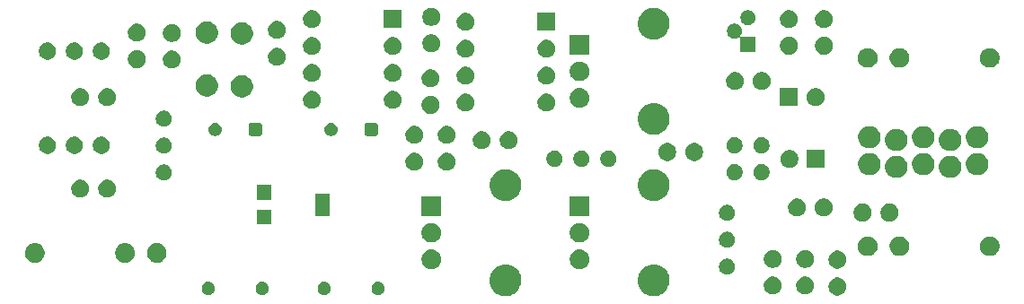
<source format=gbs>
G04 #@! TF.GenerationSoftware,KiCad,Pcbnew,5.1.6-c6e7f7d~86~ubuntu18.04.1*
G04 #@! TF.CreationDate,2020-07-10T20:36:52+01:00*
G04 #@! TF.ProjectId,acid-casualty-v2,61636964-2d63-4617-9375-616c74792d76,rev?*
G04 #@! TF.SameCoordinates,Original*
G04 #@! TF.FileFunction,Soldermask,Bot*
G04 #@! TF.FilePolarity,Negative*
%FSLAX46Y46*%
G04 Gerber Fmt 4.6, Leading zero omitted, Abs format (unit mm)*
G04 Created by KiCad (PCBNEW 5.1.6-c6e7f7d~86~ubuntu18.04.1) date 2020-07-10 20:36:52*
%MOMM*%
%LPD*%
G01*
G04 APERTURE LIST*
%ADD10C,0.100000*%
G04 APERTURE END LIST*
D10*
G36*
X162341616Y-115658793D02*
G01*
X162438125Y-115677990D01*
X162494837Y-115701481D01*
X162710852Y-115790957D01*
X162710853Y-115790958D01*
X162956302Y-115954961D01*
X163165039Y-116163698D01*
X163266458Y-116315483D01*
X163329043Y-116409148D01*
X163442010Y-116681876D01*
X163499600Y-116971399D01*
X163499600Y-117266601D01*
X163476297Y-117383753D01*
X163442010Y-117556125D01*
X163417547Y-117615184D01*
X163329043Y-117828852D01*
X163329042Y-117828853D01*
X163165039Y-118074302D01*
X162956302Y-118283039D01*
X162792298Y-118392622D01*
X162710852Y-118447043D01*
X162551092Y-118513217D01*
X162438125Y-118560010D01*
X162341616Y-118579207D01*
X162148601Y-118617600D01*
X161853399Y-118617600D01*
X161660384Y-118579207D01*
X161563875Y-118560010D01*
X161450908Y-118513217D01*
X161291148Y-118447043D01*
X161209702Y-118392622D01*
X161045698Y-118283039D01*
X160836961Y-118074302D01*
X160672958Y-117828853D01*
X160672957Y-117828852D01*
X160584453Y-117615184D01*
X160559990Y-117556125D01*
X160525703Y-117383753D01*
X160502400Y-117266601D01*
X160502400Y-116971399D01*
X160559990Y-116681876D01*
X160672957Y-116409148D01*
X160735542Y-116315483D01*
X160836961Y-116163698D01*
X161045698Y-115954961D01*
X161291147Y-115790958D01*
X161291148Y-115790957D01*
X161507163Y-115701481D01*
X161563875Y-115677990D01*
X161660384Y-115658793D01*
X161853399Y-115620400D01*
X162148601Y-115620400D01*
X162341616Y-115658793D01*
G37*
G36*
X148371616Y-115658793D02*
G01*
X148468125Y-115677990D01*
X148524837Y-115701481D01*
X148740852Y-115790957D01*
X148740853Y-115790958D01*
X148986302Y-115954961D01*
X149195039Y-116163698D01*
X149296458Y-116315483D01*
X149359043Y-116409148D01*
X149472010Y-116681876D01*
X149529600Y-116971399D01*
X149529600Y-117266601D01*
X149506297Y-117383753D01*
X149472010Y-117556125D01*
X149447547Y-117615184D01*
X149359043Y-117828852D01*
X149359042Y-117828853D01*
X149195039Y-118074302D01*
X148986302Y-118283039D01*
X148822298Y-118392622D01*
X148740852Y-118447043D01*
X148581092Y-118513217D01*
X148468125Y-118560010D01*
X148371616Y-118579207D01*
X148178601Y-118617600D01*
X147883399Y-118617600D01*
X147690384Y-118579207D01*
X147593875Y-118560010D01*
X147480908Y-118513217D01*
X147321148Y-118447043D01*
X147239702Y-118392622D01*
X147075698Y-118283039D01*
X146866961Y-118074302D01*
X146702958Y-117828853D01*
X146702957Y-117828852D01*
X146614453Y-117615184D01*
X146589990Y-117556125D01*
X146555703Y-117383753D01*
X146532400Y-117266601D01*
X146532400Y-116971399D01*
X146589990Y-116681876D01*
X146702957Y-116409148D01*
X146765542Y-116315483D01*
X146866961Y-116163698D01*
X147075698Y-115954961D01*
X147321147Y-115790958D01*
X147321148Y-115790957D01*
X147537163Y-115701481D01*
X147593875Y-115677990D01*
X147690384Y-115658793D01*
X147883399Y-115620400D01*
X148178601Y-115620400D01*
X148371616Y-115658793D01*
G37*
G36*
X179572228Y-116880703D02*
G01*
X179727100Y-116944853D01*
X179866481Y-117037985D01*
X179985015Y-117156519D01*
X180078147Y-117295900D01*
X180142297Y-117450772D01*
X180175000Y-117615184D01*
X180175000Y-117782816D01*
X180142297Y-117947228D01*
X180078147Y-118102100D01*
X179985015Y-118241481D01*
X179866481Y-118360015D01*
X179727100Y-118453147D01*
X179572228Y-118517297D01*
X179407816Y-118550000D01*
X179240184Y-118550000D01*
X179075772Y-118517297D01*
X178920900Y-118453147D01*
X178781519Y-118360015D01*
X178662985Y-118241481D01*
X178569853Y-118102100D01*
X178505703Y-117947228D01*
X178473000Y-117782816D01*
X178473000Y-117615184D01*
X178505703Y-117450772D01*
X178569853Y-117295900D01*
X178662985Y-117156519D01*
X178781519Y-117037985D01*
X178920900Y-116944853D01*
X179075772Y-116880703D01*
X179240184Y-116848000D01*
X179407816Y-116848000D01*
X179572228Y-116880703D01*
G37*
G36*
X125282597Y-117268056D02*
G01*
X125396521Y-117315245D01*
X125396522Y-117315246D01*
X125499052Y-117383754D01*
X125586246Y-117470948D01*
X125586247Y-117470950D01*
X125654755Y-117573479D01*
X125701944Y-117687403D01*
X125726000Y-117808343D01*
X125726000Y-117931657D01*
X125701944Y-118052597D01*
X125654755Y-118166521D01*
X125654754Y-118166522D01*
X125586246Y-118269052D01*
X125499052Y-118356246D01*
X125493411Y-118360015D01*
X125396521Y-118424755D01*
X125282597Y-118471944D01*
X125161657Y-118496000D01*
X125038343Y-118496000D01*
X124917403Y-118471944D01*
X124803479Y-118424755D01*
X124706589Y-118360015D01*
X124700948Y-118356246D01*
X124613754Y-118269052D01*
X124545246Y-118166522D01*
X124545245Y-118166521D01*
X124498056Y-118052597D01*
X124474000Y-117931657D01*
X124474000Y-117808343D01*
X124498056Y-117687403D01*
X124545245Y-117573479D01*
X124613753Y-117470950D01*
X124613754Y-117470948D01*
X124700948Y-117383754D01*
X124803478Y-117315246D01*
X124803479Y-117315245D01*
X124917403Y-117268056D01*
X125038343Y-117244000D01*
X125161657Y-117244000D01*
X125282597Y-117268056D01*
G37*
G36*
X120202597Y-117268056D02*
G01*
X120316521Y-117315245D01*
X120316522Y-117315246D01*
X120419052Y-117383754D01*
X120506246Y-117470948D01*
X120506247Y-117470950D01*
X120574755Y-117573479D01*
X120621944Y-117687403D01*
X120646000Y-117808343D01*
X120646000Y-117931657D01*
X120621944Y-118052597D01*
X120574755Y-118166521D01*
X120574754Y-118166522D01*
X120506246Y-118269052D01*
X120419052Y-118356246D01*
X120413411Y-118360015D01*
X120316521Y-118424755D01*
X120202597Y-118471944D01*
X120081657Y-118496000D01*
X119958343Y-118496000D01*
X119837403Y-118471944D01*
X119723479Y-118424755D01*
X119626589Y-118360015D01*
X119620948Y-118356246D01*
X119533754Y-118269052D01*
X119465246Y-118166522D01*
X119465245Y-118166521D01*
X119418056Y-118052597D01*
X119394000Y-117931657D01*
X119394000Y-117808343D01*
X119418056Y-117687403D01*
X119465245Y-117573479D01*
X119533753Y-117470950D01*
X119533754Y-117470948D01*
X119620948Y-117383754D01*
X119723478Y-117315246D01*
X119723479Y-117315245D01*
X119837403Y-117268056D01*
X119958343Y-117244000D01*
X120081657Y-117244000D01*
X120202597Y-117268056D01*
G37*
G36*
X136204597Y-117268056D02*
G01*
X136318521Y-117315245D01*
X136318522Y-117315246D01*
X136421052Y-117383754D01*
X136508246Y-117470948D01*
X136508247Y-117470950D01*
X136576755Y-117573479D01*
X136623944Y-117687403D01*
X136648000Y-117808343D01*
X136648000Y-117931657D01*
X136623944Y-118052597D01*
X136576755Y-118166521D01*
X136576754Y-118166522D01*
X136508246Y-118269052D01*
X136421052Y-118356246D01*
X136415411Y-118360015D01*
X136318521Y-118424755D01*
X136204597Y-118471944D01*
X136083657Y-118496000D01*
X135960343Y-118496000D01*
X135839403Y-118471944D01*
X135725479Y-118424755D01*
X135628589Y-118360015D01*
X135622948Y-118356246D01*
X135535754Y-118269052D01*
X135467246Y-118166522D01*
X135467245Y-118166521D01*
X135420056Y-118052597D01*
X135396000Y-117931657D01*
X135396000Y-117808343D01*
X135420056Y-117687403D01*
X135467245Y-117573479D01*
X135535753Y-117470950D01*
X135535754Y-117470948D01*
X135622948Y-117383754D01*
X135725478Y-117315246D01*
X135725479Y-117315245D01*
X135839403Y-117268056D01*
X135960343Y-117244000D01*
X136083657Y-117244000D01*
X136204597Y-117268056D01*
G37*
G36*
X131124597Y-117268056D02*
G01*
X131238521Y-117315245D01*
X131238522Y-117315246D01*
X131341052Y-117383754D01*
X131428246Y-117470948D01*
X131428247Y-117470950D01*
X131496755Y-117573479D01*
X131543944Y-117687403D01*
X131568000Y-117808343D01*
X131568000Y-117931657D01*
X131543944Y-118052597D01*
X131496755Y-118166521D01*
X131496754Y-118166522D01*
X131428246Y-118269052D01*
X131341052Y-118356246D01*
X131335411Y-118360015D01*
X131238521Y-118424755D01*
X131124597Y-118471944D01*
X131003657Y-118496000D01*
X130880343Y-118496000D01*
X130759403Y-118471944D01*
X130645479Y-118424755D01*
X130548589Y-118360015D01*
X130542948Y-118356246D01*
X130455754Y-118269052D01*
X130387246Y-118166522D01*
X130387245Y-118166521D01*
X130340056Y-118052597D01*
X130316000Y-117931657D01*
X130316000Y-117808343D01*
X130340056Y-117687403D01*
X130387245Y-117573479D01*
X130455753Y-117470950D01*
X130455754Y-117470948D01*
X130542948Y-117383754D01*
X130645478Y-117315246D01*
X130645479Y-117315245D01*
X130759403Y-117268056D01*
X130880343Y-117244000D01*
X131003657Y-117244000D01*
X131124597Y-117268056D01*
G37*
G36*
X173476228Y-116783703D02*
G01*
X173631100Y-116847853D01*
X173770481Y-116940985D01*
X173889015Y-117059519D01*
X173982147Y-117198900D01*
X174046297Y-117353772D01*
X174079000Y-117518184D01*
X174079000Y-117685816D01*
X174046297Y-117850228D01*
X173982147Y-118005100D01*
X173889015Y-118144481D01*
X173770481Y-118263015D01*
X173631100Y-118356147D01*
X173476228Y-118420297D01*
X173311816Y-118453000D01*
X173144184Y-118453000D01*
X172979772Y-118420297D01*
X172824900Y-118356147D01*
X172685519Y-118263015D01*
X172566985Y-118144481D01*
X172473853Y-118005100D01*
X172409703Y-117850228D01*
X172377000Y-117685816D01*
X172377000Y-117518184D01*
X172409703Y-117353772D01*
X172473853Y-117198900D01*
X172566985Y-117059519D01*
X172685519Y-116940985D01*
X172824900Y-116847853D01*
X172979772Y-116783703D01*
X173144184Y-116751000D01*
X173311816Y-116751000D01*
X173476228Y-116783703D01*
G37*
G36*
X176524228Y-116783703D02*
G01*
X176679100Y-116847853D01*
X176818481Y-116940985D01*
X176937015Y-117059519D01*
X177030147Y-117198900D01*
X177094297Y-117353772D01*
X177127000Y-117518184D01*
X177127000Y-117685816D01*
X177094297Y-117850228D01*
X177030147Y-118005100D01*
X176937015Y-118144481D01*
X176818481Y-118263015D01*
X176679100Y-118356147D01*
X176524228Y-118420297D01*
X176359816Y-118453000D01*
X176192184Y-118453000D01*
X176027772Y-118420297D01*
X175872900Y-118356147D01*
X175733519Y-118263015D01*
X175614985Y-118144481D01*
X175521853Y-118005100D01*
X175457703Y-117850228D01*
X175425000Y-117685816D01*
X175425000Y-117518184D01*
X175457703Y-117353772D01*
X175521853Y-117198900D01*
X175614985Y-117059519D01*
X175733519Y-116940985D01*
X175872900Y-116847853D01*
X176027772Y-116783703D01*
X176192184Y-116751000D01*
X176359816Y-116751000D01*
X176524228Y-116783703D01*
G37*
G36*
X169035589Y-115062876D02*
G01*
X169134893Y-115082629D01*
X169275206Y-115140748D01*
X169401484Y-115225125D01*
X169508875Y-115332516D01*
X169593252Y-115458794D01*
X169651371Y-115599107D01*
X169651371Y-115599109D01*
X169681000Y-115748062D01*
X169681000Y-115899938D01*
X169678372Y-115913148D01*
X169651371Y-116048893D01*
X169593252Y-116189206D01*
X169508875Y-116315484D01*
X169401484Y-116422875D01*
X169275206Y-116507252D01*
X169134893Y-116565371D01*
X169035589Y-116585124D01*
X168985938Y-116595000D01*
X168834062Y-116595000D01*
X168784411Y-116585124D01*
X168685107Y-116565371D01*
X168544794Y-116507252D01*
X168418516Y-116422875D01*
X168311125Y-116315484D01*
X168226748Y-116189206D01*
X168168629Y-116048893D01*
X168141628Y-115913148D01*
X168139000Y-115899938D01*
X168139000Y-115748062D01*
X168168629Y-115599109D01*
X168168629Y-115599107D01*
X168226748Y-115458794D01*
X168311125Y-115332516D01*
X168418516Y-115225125D01*
X168544794Y-115140748D01*
X168685107Y-115082629D01*
X168784411Y-115062876D01*
X168834062Y-115053000D01*
X168985938Y-115053000D01*
X169035589Y-115062876D01*
G37*
G36*
X141301279Y-114228009D02*
G01*
X141371127Y-114256941D01*
X141469908Y-114297857D01*
X141469909Y-114297858D01*
X141621673Y-114399263D01*
X141750737Y-114528327D01*
X141750738Y-114528329D01*
X141852143Y-114680092D01*
X141893059Y-114778873D01*
X141921991Y-114848721D01*
X141957600Y-115027738D01*
X141957600Y-115210262D01*
X141921991Y-115389279D01*
X141896591Y-115450600D01*
X141852143Y-115557908D01*
X141852142Y-115557909D01*
X141750737Y-115709673D01*
X141621673Y-115838737D01*
X141595617Y-115856147D01*
X141469908Y-115940143D01*
X141380214Y-115977295D01*
X141301279Y-116009991D01*
X141122262Y-116045600D01*
X140939738Y-116045600D01*
X140760721Y-116009991D01*
X140681786Y-115977295D01*
X140592092Y-115940143D01*
X140466383Y-115856147D01*
X140440327Y-115838737D01*
X140311263Y-115709673D01*
X140209858Y-115557909D01*
X140209857Y-115557908D01*
X140165409Y-115450600D01*
X140140009Y-115389279D01*
X140104400Y-115210262D01*
X140104400Y-115027738D01*
X140140009Y-114848721D01*
X140168941Y-114778873D01*
X140209857Y-114680092D01*
X140311262Y-114528329D01*
X140311263Y-114528327D01*
X140440327Y-114399263D01*
X140592091Y-114297858D01*
X140592092Y-114297857D01*
X140690873Y-114256941D01*
X140760721Y-114228009D01*
X140939738Y-114192400D01*
X141122262Y-114192400D01*
X141301279Y-114228009D01*
G37*
G36*
X155271279Y-114228009D02*
G01*
X155341127Y-114256941D01*
X155439908Y-114297857D01*
X155439909Y-114297858D01*
X155591673Y-114399263D01*
X155720737Y-114528327D01*
X155720738Y-114528329D01*
X155822143Y-114680092D01*
X155863059Y-114778873D01*
X155891991Y-114848721D01*
X155927600Y-115027738D01*
X155927600Y-115210262D01*
X155891991Y-115389279D01*
X155866591Y-115450600D01*
X155822143Y-115557908D01*
X155822142Y-115557909D01*
X155720737Y-115709673D01*
X155591673Y-115838737D01*
X155565617Y-115856147D01*
X155439908Y-115940143D01*
X155350214Y-115977295D01*
X155271279Y-116009991D01*
X155092262Y-116045600D01*
X154909738Y-116045600D01*
X154730721Y-116009991D01*
X154651786Y-115977295D01*
X154562092Y-115940143D01*
X154436383Y-115856147D01*
X154410327Y-115838737D01*
X154281263Y-115709673D01*
X154179858Y-115557909D01*
X154179857Y-115557908D01*
X154135409Y-115450600D01*
X154110009Y-115389279D01*
X154074400Y-115210262D01*
X154074400Y-115027738D01*
X154110009Y-114848721D01*
X154138941Y-114778873D01*
X154179857Y-114680092D01*
X154281262Y-114528329D01*
X154281263Y-114528327D01*
X154410327Y-114399263D01*
X154562091Y-114297858D01*
X154562092Y-114297857D01*
X154660873Y-114256941D01*
X154730721Y-114228009D01*
X154909738Y-114192400D01*
X155092262Y-114192400D01*
X155271279Y-114228009D01*
G37*
G36*
X179572228Y-114340703D02*
G01*
X179727100Y-114404853D01*
X179866481Y-114497985D01*
X179985015Y-114616519D01*
X180078147Y-114755900D01*
X180142297Y-114910772D01*
X180175000Y-115075184D01*
X180175000Y-115242816D01*
X180142297Y-115407228D01*
X180078147Y-115562100D01*
X179985015Y-115701481D01*
X179866481Y-115820015D01*
X179727100Y-115913147D01*
X179572228Y-115977297D01*
X179407816Y-116010000D01*
X179240184Y-116010000D01*
X179075772Y-115977297D01*
X178920900Y-115913147D01*
X178781519Y-115820015D01*
X178662985Y-115701481D01*
X178569853Y-115562100D01*
X178505703Y-115407228D01*
X178473000Y-115242816D01*
X178473000Y-115075184D01*
X178505703Y-114910772D01*
X178569853Y-114755900D01*
X178662985Y-114616519D01*
X178781519Y-114497985D01*
X178920900Y-114404853D01*
X179075772Y-114340703D01*
X179240184Y-114308000D01*
X179407816Y-114308000D01*
X179572228Y-114340703D01*
G37*
G36*
X176524228Y-114283703D02*
G01*
X176679100Y-114347853D01*
X176818481Y-114440985D01*
X176937015Y-114559519D01*
X177030147Y-114698900D01*
X177094297Y-114853772D01*
X177127000Y-115018184D01*
X177127000Y-115185816D01*
X177094297Y-115350228D01*
X177030147Y-115505100D01*
X176937015Y-115644481D01*
X176818481Y-115763015D01*
X176679100Y-115856147D01*
X176524228Y-115920297D01*
X176359816Y-115953000D01*
X176192184Y-115953000D01*
X176027772Y-115920297D01*
X175872900Y-115856147D01*
X175733519Y-115763015D01*
X175614985Y-115644481D01*
X175521853Y-115505100D01*
X175457703Y-115350228D01*
X175425000Y-115185816D01*
X175425000Y-115018184D01*
X175457703Y-114853772D01*
X175521853Y-114698900D01*
X175614985Y-114559519D01*
X175733519Y-114440985D01*
X175872900Y-114347853D01*
X176027772Y-114283703D01*
X176192184Y-114251000D01*
X176359816Y-114251000D01*
X176524228Y-114283703D01*
G37*
G36*
X173476228Y-114283703D02*
G01*
X173631100Y-114347853D01*
X173770481Y-114440985D01*
X173889015Y-114559519D01*
X173982147Y-114698900D01*
X174046297Y-114853772D01*
X174079000Y-115018184D01*
X174079000Y-115185816D01*
X174046297Y-115350228D01*
X173982147Y-115505100D01*
X173889015Y-115644481D01*
X173770481Y-115763015D01*
X173631100Y-115856147D01*
X173476228Y-115920297D01*
X173311816Y-115953000D01*
X173144184Y-115953000D01*
X172979772Y-115920297D01*
X172824900Y-115856147D01*
X172685519Y-115763015D01*
X172566985Y-115644481D01*
X172473853Y-115505100D01*
X172409703Y-115350228D01*
X172377000Y-115185816D01*
X172377000Y-115018184D01*
X172409703Y-114853772D01*
X172473853Y-114698900D01*
X172566985Y-114559519D01*
X172685519Y-114440985D01*
X172824900Y-114347853D01*
X172979772Y-114283703D01*
X173144184Y-114251000D01*
X173311816Y-114251000D01*
X173476228Y-114283703D01*
G37*
G36*
X103931279Y-113633009D02*
G01*
X104001127Y-113661941D01*
X104099908Y-113702857D01*
X104099909Y-113702858D01*
X104251673Y-113804263D01*
X104380737Y-113933327D01*
X104380738Y-113933329D01*
X104482143Y-114085092D01*
X104512871Y-114159278D01*
X104551991Y-114253721D01*
X104587600Y-114432738D01*
X104587600Y-114615262D01*
X104551991Y-114794279D01*
X104527348Y-114853772D01*
X104482143Y-114962908D01*
X104482142Y-114962909D01*
X104380737Y-115114673D01*
X104251673Y-115243737D01*
X104175275Y-115294784D01*
X104099908Y-115345143D01*
X104001127Y-115386059D01*
X103931279Y-115414991D01*
X103752262Y-115450600D01*
X103569738Y-115450600D01*
X103390721Y-115414991D01*
X103320873Y-115386059D01*
X103222092Y-115345143D01*
X103146725Y-115294784D01*
X103070327Y-115243737D01*
X102941263Y-115114673D01*
X102839858Y-114962909D01*
X102839857Y-114962908D01*
X102794652Y-114853772D01*
X102770009Y-114794279D01*
X102734400Y-114615262D01*
X102734400Y-114432738D01*
X102770009Y-114253721D01*
X102809129Y-114159278D01*
X102839857Y-114085092D01*
X102941262Y-113933329D01*
X102941263Y-113933327D01*
X103070327Y-113804263D01*
X103222091Y-113702858D01*
X103222092Y-113702857D01*
X103320873Y-113661941D01*
X103390721Y-113633009D01*
X103569738Y-113597400D01*
X103752262Y-113597400D01*
X103931279Y-113633009D01*
G37*
G36*
X115431279Y-113633009D02*
G01*
X115501127Y-113661941D01*
X115599908Y-113702857D01*
X115599909Y-113702858D01*
X115751673Y-113804263D01*
X115880737Y-113933327D01*
X115880738Y-113933329D01*
X115982143Y-114085092D01*
X116012871Y-114159278D01*
X116051991Y-114253721D01*
X116087600Y-114432738D01*
X116087600Y-114615262D01*
X116051991Y-114794279D01*
X116027348Y-114853772D01*
X115982143Y-114962908D01*
X115982142Y-114962909D01*
X115880737Y-115114673D01*
X115751673Y-115243737D01*
X115675275Y-115294784D01*
X115599908Y-115345143D01*
X115501127Y-115386059D01*
X115431279Y-115414991D01*
X115252262Y-115450600D01*
X115069738Y-115450600D01*
X114890721Y-115414991D01*
X114820873Y-115386059D01*
X114722092Y-115345143D01*
X114646725Y-115294784D01*
X114570327Y-115243737D01*
X114441263Y-115114673D01*
X114339858Y-114962909D01*
X114339857Y-114962908D01*
X114294652Y-114853772D01*
X114270009Y-114794279D01*
X114234400Y-114615262D01*
X114234400Y-114432738D01*
X114270009Y-114253721D01*
X114309129Y-114159278D01*
X114339857Y-114085092D01*
X114441262Y-113933329D01*
X114441263Y-113933327D01*
X114570327Y-113804263D01*
X114722091Y-113702858D01*
X114722092Y-113702857D01*
X114820873Y-113661941D01*
X114890721Y-113633009D01*
X115069738Y-113597400D01*
X115252262Y-113597400D01*
X115431279Y-113633009D01*
G37*
G36*
X112431279Y-113633009D02*
G01*
X112501127Y-113661941D01*
X112599908Y-113702857D01*
X112599909Y-113702858D01*
X112751673Y-113804263D01*
X112880737Y-113933327D01*
X112880738Y-113933329D01*
X112982143Y-114085092D01*
X113012871Y-114159278D01*
X113051991Y-114253721D01*
X113087600Y-114432738D01*
X113087600Y-114615262D01*
X113051991Y-114794279D01*
X113027348Y-114853772D01*
X112982143Y-114962908D01*
X112982142Y-114962909D01*
X112880737Y-115114673D01*
X112751673Y-115243737D01*
X112675275Y-115294784D01*
X112599908Y-115345143D01*
X112501127Y-115386059D01*
X112431279Y-115414991D01*
X112252262Y-115450600D01*
X112069738Y-115450600D01*
X111890721Y-115414991D01*
X111820873Y-115386059D01*
X111722092Y-115345143D01*
X111646725Y-115294784D01*
X111570327Y-115243737D01*
X111441263Y-115114673D01*
X111339858Y-114962909D01*
X111339857Y-114962908D01*
X111294652Y-114853772D01*
X111270009Y-114794279D01*
X111234400Y-114615262D01*
X111234400Y-114432738D01*
X111270009Y-114253721D01*
X111309129Y-114159278D01*
X111339857Y-114085092D01*
X111441262Y-113933329D01*
X111441263Y-113933327D01*
X111570327Y-113804263D01*
X111722091Y-113702858D01*
X111722092Y-113702857D01*
X111820873Y-113661941D01*
X111890721Y-113633009D01*
X112069738Y-113597400D01*
X112252262Y-113597400D01*
X112431279Y-113633009D01*
G37*
G36*
X185441279Y-112998009D02*
G01*
X185511127Y-113026941D01*
X185609908Y-113067857D01*
X185609909Y-113067858D01*
X185761673Y-113169263D01*
X185890737Y-113298327D01*
X185931903Y-113359937D01*
X185992143Y-113450092D01*
X186031703Y-113545600D01*
X186061991Y-113618721D01*
X186097600Y-113797738D01*
X186097600Y-113980262D01*
X186082734Y-114055000D01*
X186061991Y-114159278D01*
X185992143Y-114327908D01*
X185983592Y-114340705D01*
X185890737Y-114479673D01*
X185761673Y-114608737D01*
X185685275Y-114659784D01*
X185609908Y-114710143D01*
X185511127Y-114751059D01*
X185441279Y-114779991D01*
X185262262Y-114815600D01*
X185079738Y-114815600D01*
X184900721Y-114779991D01*
X184830873Y-114751059D01*
X184732092Y-114710143D01*
X184656725Y-114659784D01*
X184580327Y-114608737D01*
X184451263Y-114479673D01*
X184358408Y-114340705D01*
X184349857Y-114327908D01*
X184280009Y-114159278D01*
X184259267Y-114055000D01*
X184244400Y-113980262D01*
X184244400Y-113797738D01*
X184280009Y-113618721D01*
X184310297Y-113545600D01*
X184349857Y-113450092D01*
X184410097Y-113359937D01*
X184451263Y-113298327D01*
X184580327Y-113169263D01*
X184732091Y-113067858D01*
X184732092Y-113067857D01*
X184830873Y-113026941D01*
X184900721Y-112998009D01*
X185079738Y-112962400D01*
X185262262Y-112962400D01*
X185441279Y-112998009D01*
G37*
G36*
X182441279Y-112998009D02*
G01*
X182511127Y-113026941D01*
X182609908Y-113067857D01*
X182609909Y-113067858D01*
X182761673Y-113169263D01*
X182890737Y-113298327D01*
X182931903Y-113359937D01*
X182992143Y-113450092D01*
X183031703Y-113545600D01*
X183061991Y-113618721D01*
X183097600Y-113797738D01*
X183097600Y-113980262D01*
X183082734Y-114055000D01*
X183061991Y-114159278D01*
X182992143Y-114327908D01*
X182983592Y-114340705D01*
X182890737Y-114479673D01*
X182761673Y-114608737D01*
X182685275Y-114659784D01*
X182609908Y-114710143D01*
X182511127Y-114751059D01*
X182441279Y-114779991D01*
X182262262Y-114815600D01*
X182079738Y-114815600D01*
X181900721Y-114779991D01*
X181830873Y-114751059D01*
X181732092Y-114710143D01*
X181656725Y-114659784D01*
X181580327Y-114608737D01*
X181451263Y-114479673D01*
X181358408Y-114340705D01*
X181349857Y-114327908D01*
X181280009Y-114159278D01*
X181259267Y-114055000D01*
X181244400Y-113980262D01*
X181244400Y-113797738D01*
X181280009Y-113618721D01*
X181310297Y-113545600D01*
X181349857Y-113450092D01*
X181410097Y-113359937D01*
X181451263Y-113298327D01*
X181580327Y-113169263D01*
X181732091Y-113067858D01*
X181732092Y-113067857D01*
X181830873Y-113026941D01*
X181900721Y-112998009D01*
X182079738Y-112962400D01*
X182262262Y-112962400D01*
X182441279Y-112998009D01*
G37*
G36*
X193941279Y-112998009D02*
G01*
X194011127Y-113026941D01*
X194109908Y-113067857D01*
X194109909Y-113067858D01*
X194261673Y-113169263D01*
X194390737Y-113298327D01*
X194431903Y-113359937D01*
X194492143Y-113450092D01*
X194531703Y-113545600D01*
X194561991Y-113618721D01*
X194597600Y-113797738D01*
X194597600Y-113980262D01*
X194582734Y-114055000D01*
X194561991Y-114159278D01*
X194492143Y-114327908D01*
X194483592Y-114340705D01*
X194390737Y-114479673D01*
X194261673Y-114608737D01*
X194185275Y-114659784D01*
X194109908Y-114710143D01*
X194011127Y-114751059D01*
X193941279Y-114779991D01*
X193762262Y-114815600D01*
X193579738Y-114815600D01*
X193400721Y-114779991D01*
X193330873Y-114751059D01*
X193232092Y-114710143D01*
X193156725Y-114659784D01*
X193080327Y-114608737D01*
X192951263Y-114479673D01*
X192858408Y-114340705D01*
X192849857Y-114327908D01*
X192780009Y-114159278D01*
X192759267Y-114055000D01*
X192744400Y-113980262D01*
X192744400Y-113797738D01*
X192780009Y-113618721D01*
X192810297Y-113545600D01*
X192849857Y-113450092D01*
X192910097Y-113359937D01*
X192951263Y-113298327D01*
X193080327Y-113169263D01*
X193232091Y-113067858D01*
X193232092Y-113067857D01*
X193330873Y-113026941D01*
X193400721Y-112998009D01*
X193579738Y-112962400D01*
X193762262Y-112962400D01*
X193941279Y-112998009D01*
G37*
G36*
X169035589Y-112522876D02*
G01*
X169134893Y-112542629D01*
X169275206Y-112600748D01*
X169401484Y-112685125D01*
X169508875Y-112792516D01*
X169593252Y-112918794D01*
X169651371Y-113059107D01*
X169681000Y-113208063D01*
X169681000Y-113359937D01*
X169651371Y-113508893D01*
X169593252Y-113649206D01*
X169508875Y-113775484D01*
X169401484Y-113882875D01*
X169275206Y-113967252D01*
X169134893Y-114025371D01*
X169035589Y-114045124D01*
X168985938Y-114055000D01*
X168834062Y-114055000D01*
X168784411Y-114045124D01*
X168685107Y-114025371D01*
X168544794Y-113967252D01*
X168418516Y-113882875D01*
X168311125Y-113775484D01*
X168226748Y-113649206D01*
X168168629Y-113508893D01*
X168139000Y-113359937D01*
X168139000Y-113208063D01*
X168168629Y-113059107D01*
X168226748Y-112918794D01*
X168311125Y-112792516D01*
X168418516Y-112685125D01*
X168544794Y-112600748D01*
X168685107Y-112542629D01*
X168784411Y-112522876D01*
X168834062Y-112513000D01*
X168985938Y-112513000D01*
X169035589Y-112522876D01*
G37*
G36*
X155271279Y-111728009D02*
G01*
X155341127Y-111756941D01*
X155439908Y-111797857D01*
X155439909Y-111797858D01*
X155591673Y-111899263D01*
X155720737Y-112028327D01*
X155720738Y-112028329D01*
X155822143Y-112180092D01*
X155863059Y-112278873D01*
X155891991Y-112348721D01*
X155927600Y-112527738D01*
X155927600Y-112710262D01*
X155891991Y-112889279D01*
X155863059Y-112959127D01*
X155822143Y-113057908D01*
X155771784Y-113133275D01*
X155720737Y-113209673D01*
X155591673Y-113338737D01*
X155559945Y-113359937D01*
X155439908Y-113440143D01*
X155341127Y-113481059D01*
X155271279Y-113509991D01*
X155092262Y-113545600D01*
X154909738Y-113545600D01*
X154730721Y-113509991D01*
X154660873Y-113481059D01*
X154562092Y-113440143D01*
X154442055Y-113359937D01*
X154410327Y-113338737D01*
X154281263Y-113209673D01*
X154230216Y-113133275D01*
X154179857Y-113057908D01*
X154138941Y-112959127D01*
X154110009Y-112889279D01*
X154074400Y-112710262D01*
X154074400Y-112527738D01*
X154110009Y-112348721D01*
X154138941Y-112278873D01*
X154179857Y-112180092D01*
X154281262Y-112028329D01*
X154281263Y-112028327D01*
X154410327Y-111899263D01*
X154562091Y-111797858D01*
X154562092Y-111797857D01*
X154660873Y-111756941D01*
X154730721Y-111728009D01*
X154909738Y-111692400D01*
X155092262Y-111692400D01*
X155271279Y-111728009D01*
G37*
G36*
X141301279Y-111728009D02*
G01*
X141371127Y-111756941D01*
X141469908Y-111797857D01*
X141469909Y-111797858D01*
X141621673Y-111899263D01*
X141750737Y-112028327D01*
X141750738Y-112028329D01*
X141852143Y-112180092D01*
X141893059Y-112278873D01*
X141921991Y-112348721D01*
X141957600Y-112527738D01*
X141957600Y-112710262D01*
X141921991Y-112889279D01*
X141893059Y-112959127D01*
X141852143Y-113057908D01*
X141801784Y-113133275D01*
X141750737Y-113209673D01*
X141621673Y-113338737D01*
X141589945Y-113359937D01*
X141469908Y-113440143D01*
X141371127Y-113481059D01*
X141301279Y-113509991D01*
X141122262Y-113545600D01*
X140939738Y-113545600D01*
X140760721Y-113509991D01*
X140690873Y-113481059D01*
X140592092Y-113440143D01*
X140472055Y-113359937D01*
X140440327Y-113338737D01*
X140311263Y-113209673D01*
X140260216Y-113133275D01*
X140209857Y-113057908D01*
X140168941Y-112959127D01*
X140140009Y-112889279D01*
X140104400Y-112710262D01*
X140104400Y-112527738D01*
X140140009Y-112348721D01*
X140168941Y-112278873D01*
X140209857Y-112180092D01*
X140311262Y-112028329D01*
X140311263Y-112028327D01*
X140440327Y-111899263D01*
X140592091Y-111797858D01*
X140592092Y-111797857D01*
X140690873Y-111756941D01*
X140760721Y-111728009D01*
X140939738Y-111692400D01*
X141122262Y-111692400D01*
X141301279Y-111728009D01*
G37*
G36*
X125967000Y-111833000D02*
G01*
X124565000Y-111833000D01*
X124565000Y-110431000D01*
X125967000Y-110431000D01*
X125967000Y-111833000D01*
G37*
G36*
X181934228Y-109895703D02*
G01*
X182089100Y-109959853D01*
X182228481Y-110052985D01*
X182347015Y-110171519D01*
X182440147Y-110310900D01*
X182504297Y-110465772D01*
X182537000Y-110630184D01*
X182537000Y-110797816D01*
X182504297Y-110962228D01*
X182440147Y-111117100D01*
X182347015Y-111256481D01*
X182228481Y-111375015D01*
X182089100Y-111468147D01*
X181934228Y-111532297D01*
X181769816Y-111565000D01*
X181602184Y-111565000D01*
X181437772Y-111532297D01*
X181282900Y-111468147D01*
X181143519Y-111375015D01*
X181024985Y-111256481D01*
X180931853Y-111117100D01*
X180867703Y-110962228D01*
X180835000Y-110797816D01*
X180835000Y-110630184D01*
X180867703Y-110465772D01*
X180931853Y-110310900D01*
X181024985Y-110171519D01*
X181143519Y-110052985D01*
X181282900Y-109959853D01*
X181437772Y-109895703D01*
X181602184Y-109863000D01*
X181769816Y-109863000D01*
X181934228Y-109895703D01*
G37*
G36*
X184474228Y-109895703D02*
G01*
X184629100Y-109959853D01*
X184768481Y-110052985D01*
X184887015Y-110171519D01*
X184980147Y-110310900D01*
X185044297Y-110465772D01*
X185077000Y-110630184D01*
X185077000Y-110797816D01*
X185044297Y-110962228D01*
X184980147Y-111117100D01*
X184887015Y-111256481D01*
X184768481Y-111375015D01*
X184629100Y-111468147D01*
X184474228Y-111532297D01*
X184309816Y-111565000D01*
X184142184Y-111565000D01*
X183977772Y-111532297D01*
X183822900Y-111468147D01*
X183683519Y-111375015D01*
X183564985Y-111256481D01*
X183471853Y-111117100D01*
X183407703Y-110962228D01*
X183375000Y-110797816D01*
X183375000Y-110630184D01*
X183407703Y-110465772D01*
X183471853Y-110310900D01*
X183564985Y-110171519D01*
X183683519Y-110052985D01*
X183822900Y-109959853D01*
X183977772Y-109895703D01*
X184142184Y-109863000D01*
X184309816Y-109863000D01*
X184474228Y-109895703D01*
G37*
G36*
X169035589Y-109982876D02*
G01*
X169134893Y-110002629D01*
X169275206Y-110060748D01*
X169401484Y-110145125D01*
X169508875Y-110252516D01*
X169593252Y-110378794D01*
X169651371Y-110519107D01*
X169681000Y-110668063D01*
X169681000Y-110819937D01*
X169651371Y-110968893D01*
X169593252Y-111109206D01*
X169508875Y-111235484D01*
X169401484Y-111342875D01*
X169275206Y-111427252D01*
X169134893Y-111485371D01*
X169035589Y-111505124D01*
X168985938Y-111515000D01*
X168834062Y-111515000D01*
X168784411Y-111505124D01*
X168685107Y-111485371D01*
X168544794Y-111427252D01*
X168418516Y-111342875D01*
X168311125Y-111235484D01*
X168226748Y-111109206D01*
X168168629Y-110968893D01*
X168139000Y-110819937D01*
X168139000Y-110668063D01*
X168168629Y-110519107D01*
X168226748Y-110378794D01*
X168311125Y-110252516D01*
X168418516Y-110145125D01*
X168544794Y-110060748D01*
X168685107Y-110002629D01*
X168784411Y-109982876D01*
X168834062Y-109973000D01*
X168985938Y-109973000D01*
X169035589Y-109982876D01*
G37*
G36*
X175762228Y-109417703D02*
G01*
X175917100Y-109481853D01*
X176056481Y-109574985D01*
X176175015Y-109693519D01*
X176268147Y-109832900D01*
X176332297Y-109987772D01*
X176365000Y-110152184D01*
X176365000Y-110319816D01*
X176332297Y-110484228D01*
X176268147Y-110639100D01*
X176175015Y-110778481D01*
X176056481Y-110897015D01*
X175917100Y-110990147D01*
X175762228Y-111054297D01*
X175597816Y-111087000D01*
X175430184Y-111087000D01*
X175265772Y-111054297D01*
X175110900Y-110990147D01*
X174971519Y-110897015D01*
X174852985Y-110778481D01*
X174759853Y-110639100D01*
X174695703Y-110484228D01*
X174663000Y-110319816D01*
X174663000Y-110152184D01*
X174695703Y-109987772D01*
X174759853Y-109832900D01*
X174852985Y-109693519D01*
X174971519Y-109574985D01*
X175110900Y-109481853D01*
X175265772Y-109417703D01*
X175430184Y-109385000D01*
X175597816Y-109385000D01*
X175762228Y-109417703D01*
G37*
G36*
X178262228Y-109417703D02*
G01*
X178417100Y-109481853D01*
X178556481Y-109574985D01*
X178675015Y-109693519D01*
X178768147Y-109832900D01*
X178832297Y-109987772D01*
X178865000Y-110152184D01*
X178865000Y-110319816D01*
X178832297Y-110484228D01*
X178768147Y-110639100D01*
X178675015Y-110778481D01*
X178556481Y-110897015D01*
X178417100Y-110990147D01*
X178262228Y-111054297D01*
X178097816Y-111087000D01*
X177930184Y-111087000D01*
X177765772Y-111054297D01*
X177610900Y-110990147D01*
X177471519Y-110897015D01*
X177352985Y-110778481D01*
X177259853Y-110639100D01*
X177195703Y-110484228D01*
X177163000Y-110319816D01*
X177163000Y-110152184D01*
X177195703Y-109987772D01*
X177259853Y-109832900D01*
X177352985Y-109693519D01*
X177471519Y-109574985D01*
X177610900Y-109481853D01*
X177765772Y-109417703D01*
X177930184Y-109385000D01*
X178097816Y-109385000D01*
X178262228Y-109417703D01*
G37*
G36*
X141957600Y-111045600D02*
G01*
X140104400Y-111045600D01*
X140104400Y-109192400D01*
X141957600Y-109192400D01*
X141957600Y-111045600D01*
G37*
G36*
X155927600Y-111045600D02*
G01*
X154074400Y-111045600D01*
X154074400Y-109192400D01*
X155927600Y-109192400D01*
X155927600Y-111045600D01*
G37*
G36*
X131467000Y-111033000D02*
G01*
X130065000Y-111033000D01*
X130065000Y-108931000D01*
X131467000Y-108931000D01*
X131467000Y-111033000D01*
G37*
G36*
X162341616Y-106658793D02*
G01*
X162438125Y-106677990D01*
X162551092Y-106724783D01*
X162710852Y-106790957D01*
X162710853Y-106790958D01*
X162956302Y-106954961D01*
X163165039Y-107163698D01*
X163192575Y-107204909D01*
X163329043Y-107409148D01*
X163340745Y-107437400D01*
X163424543Y-107639705D01*
X163442010Y-107681876D01*
X163499600Y-107971399D01*
X163499600Y-108266601D01*
X163442010Y-108556124D01*
X163329043Y-108828852D01*
X163274622Y-108910298D01*
X163165039Y-109074302D01*
X162956302Y-109283039D01*
X162917448Y-109309000D01*
X162710852Y-109447043D01*
X162551092Y-109513217D01*
X162438125Y-109560010D01*
X162362840Y-109574985D01*
X162148601Y-109617600D01*
X161853399Y-109617600D01*
X161639160Y-109574985D01*
X161563875Y-109560010D01*
X161450908Y-109513217D01*
X161291148Y-109447043D01*
X161084552Y-109309000D01*
X161045698Y-109283039D01*
X160836961Y-109074302D01*
X160727378Y-108910298D01*
X160672957Y-108828852D01*
X160559990Y-108556124D01*
X160502400Y-108266601D01*
X160502400Y-107971399D01*
X160559990Y-107681876D01*
X160577458Y-107639705D01*
X160661255Y-107437400D01*
X160672957Y-107409148D01*
X160809425Y-107204909D01*
X160836961Y-107163698D01*
X161045698Y-106954961D01*
X161291147Y-106790958D01*
X161291148Y-106790957D01*
X161450908Y-106724783D01*
X161563875Y-106677990D01*
X161660384Y-106658793D01*
X161853399Y-106620400D01*
X162148601Y-106620400D01*
X162341616Y-106658793D01*
G37*
G36*
X148371616Y-106658793D02*
G01*
X148468125Y-106677990D01*
X148581092Y-106724783D01*
X148740852Y-106790957D01*
X148740853Y-106790958D01*
X148986302Y-106954961D01*
X149195039Y-107163698D01*
X149222575Y-107204909D01*
X149359043Y-107409148D01*
X149370745Y-107437400D01*
X149454543Y-107639705D01*
X149472010Y-107681876D01*
X149529600Y-107971399D01*
X149529600Y-108266601D01*
X149472010Y-108556124D01*
X149359043Y-108828852D01*
X149304622Y-108910298D01*
X149195039Y-109074302D01*
X148986302Y-109283039D01*
X148947448Y-109309000D01*
X148740852Y-109447043D01*
X148581092Y-109513217D01*
X148468125Y-109560010D01*
X148392840Y-109574985D01*
X148178601Y-109617600D01*
X147883399Y-109617600D01*
X147669160Y-109574985D01*
X147593875Y-109560010D01*
X147480908Y-109513217D01*
X147321148Y-109447043D01*
X147114552Y-109309000D01*
X147075698Y-109283039D01*
X146866961Y-109074302D01*
X146757378Y-108910298D01*
X146702957Y-108828852D01*
X146589990Y-108556124D01*
X146532400Y-108266601D01*
X146532400Y-107971399D01*
X146589990Y-107681876D01*
X146607458Y-107639705D01*
X146691255Y-107437400D01*
X146702957Y-107409148D01*
X146839425Y-107204909D01*
X146866961Y-107163698D01*
X147075698Y-106954961D01*
X147321147Y-106790958D01*
X147321148Y-106790957D01*
X147480908Y-106724783D01*
X147593875Y-106677990D01*
X147690384Y-106658793D01*
X147883399Y-106620400D01*
X148178601Y-106620400D01*
X148371616Y-106658793D01*
G37*
G36*
X125967000Y-109533000D02*
G01*
X124565000Y-109533000D01*
X124565000Y-108131000D01*
X125967000Y-108131000D01*
X125967000Y-109533000D01*
G37*
G36*
X110738228Y-107639703D02*
G01*
X110893100Y-107703853D01*
X111032481Y-107796985D01*
X111151015Y-107915519D01*
X111244147Y-108054900D01*
X111308297Y-108209772D01*
X111341000Y-108374184D01*
X111341000Y-108541816D01*
X111308297Y-108706228D01*
X111244147Y-108861100D01*
X111151015Y-109000481D01*
X111032481Y-109119015D01*
X110893100Y-109212147D01*
X110738228Y-109276297D01*
X110573816Y-109309000D01*
X110406184Y-109309000D01*
X110241772Y-109276297D01*
X110086900Y-109212147D01*
X109947519Y-109119015D01*
X109828985Y-109000481D01*
X109735853Y-108861100D01*
X109671703Y-108706228D01*
X109639000Y-108541816D01*
X109639000Y-108374184D01*
X109671703Y-108209772D01*
X109735853Y-108054900D01*
X109828985Y-107915519D01*
X109947519Y-107796985D01*
X110086900Y-107703853D01*
X110241772Y-107639703D01*
X110406184Y-107607000D01*
X110573816Y-107607000D01*
X110738228Y-107639703D01*
G37*
G36*
X108198228Y-107639703D02*
G01*
X108353100Y-107703853D01*
X108492481Y-107796985D01*
X108611015Y-107915519D01*
X108704147Y-108054900D01*
X108768297Y-108209772D01*
X108801000Y-108374184D01*
X108801000Y-108541816D01*
X108768297Y-108706228D01*
X108704147Y-108861100D01*
X108611015Y-109000481D01*
X108492481Y-109119015D01*
X108353100Y-109212147D01*
X108198228Y-109276297D01*
X108033816Y-109309000D01*
X107866184Y-109309000D01*
X107701772Y-109276297D01*
X107546900Y-109212147D01*
X107407519Y-109119015D01*
X107288985Y-109000481D01*
X107195853Y-108861100D01*
X107131703Y-108706228D01*
X107099000Y-108541816D01*
X107099000Y-108374184D01*
X107131703Y-108209772D01*
X107195853Y-108054900D01*
X107288985Y-107915519D01*
X107407519Y-107796985D01*
X107546900Y-107703853D01*
X107701772Y-107639703D01*
X107866184Y-107607000D01*
X108033816Y-107607000D01*
X108198228Y-107639703D01*
G37*
G36*
X115941579Y-106171283D02*
G01*
X116048893Y-106192629D01*
X116189206Y-106250748D01*
X116315484Y-106335125D01*
X116422875Y-106442516D01*
X116507252Y-106568794D01*
X116565371Y-106709107D01*
X116595000Y-106858063D01*
X116595000Y-107009937D01*
X116565371Y-107158893D01*
X116507252Y-107299206D01*
X116422875Y-107425484D01*
X116315484Y-107532875D01*
X116189206Y-107617252D01*
X116048893Y-107675371D01*
X115949589Y-107695124D01*
X115899938Y-107705000D01*
X115748062Y-107705000D01*
X115698411Y-107695124D01*
X115599107Y-107675371D01*
X115458794Y-107617252D01*
X115332516Y-107532875D01*
X115225125Y-107425484D01*
X115140748Y-107299206D01*
X115082629Y-107158893D01*
X115053000Y-107009937D01*
X115053000Y-106858063D01*
X115082629Y-106709107D01*
X115140748Y-106568794D01*
X115225125Y-106442516D01*
X115332516Y-106335125D01*
X115458794Y-106250748D01*
X115599107Y-106192629D01*
X115706421Y-106171283D01*
X115748062Y-106163000D01*
X115899938Y-106163000D01*
X115941579Y-106171283D01*
G37*
G36*
X172334195Y-106161522D02*
G01*
X172383267Y-106171283D01*
X172521942Y-106228724D01*
X172646747Y-106312116D01*
X172752884Y-106418253D01*
X172836276Y-106543058D01*
X172893717Y-106681733D01*
X172893717Y-106681734D01*
X172923000Y-106828948D01*
X172923000Y-106979052D01*
X172916856Y-107009938D01*
X172893717Y-107126267D01*
X172836276Y-107264942D01*
X172752884Y-107389747D01*
X172646747Y-107495884D01*
X172521942Y-107579276D01*
X172383267Y-107636717D01*
X172334195Y-107646478D01*
X172236052Y-107666000D01*
X172085948Y-107666000D01*
X171987805Y-107646478D01*
X171938733Y-107636717D01*
X171800058Y-107579276D01*
X171675253Y-107495884D01*
X171569116Y-107389747D01*
X171485724Y-107264942D01*
X171428283Y-107126267D01*
X171405144Y-107009938D01*
X171399000Y-106979052D01*
X171399000Y-106828948D01*
X171428283Y-106681734D01*
X171428283Y-106681733D01*
X171485724Y-106543058D01*
X171569116Y-106418253D01*
X171675253Y-106312116D01*
X171800058Y-106228724D01*
X171938733Y-106171283D01*
X171987805Y-106161522D01*
X172085948Y-106142000D01*
X172236052Y-106142000D01*
X172334195Y-106161522D01*
G37*
G36*
X169794195Y-106161522D02*
G01*
X169843267Y-106171283D01*
X169981942Y-106228724D01*
X170106747Y-106312116D01*
X170212884Y-106418253D01*
X170296276Y-106543058D01*
X170353717Y-106681733D01*
X170353717Y-106681734D01*
X170383000Y-106828948D01*
X170383000Y-106979052D01*
X170376856Y-107009938D01*
X170353717Y-107126267D01*
X170296276Y-107264942D01*
X170212884Y-107389747D01*
X170106747Y-107495884D01*
X169981942Y-107579276D01*
X169843267Y-107636717D01*
X169794195Y-107646478D01*
X169696052Y-107666000D01*
X169545948Y-107666000D01*
X169447805Y-107646478D01*
X169398733Y-107636717D01*
X169260058Y-107579276D01*
X169135253Y-107495884D01*
X169029116Y-107389747D01*
X168945724Y-107264942D01*
X168888283Y-107126267D01*
X168865144Y-107009938D01*
X168859000Y-106979052D01*
X168859000Y-106828948D01*
X168888283Y-106681734D01*
X168888283Y-106681733D01*
X168945724Y-106543058D01*
X169029116Y-106418253D01*
X169135253Y-106312116D01*
X169260058Y-106228724D01*
X169398733Y-106171283D01*
X169447805Y-106161522D01*
X169545948Y-106142000D01*
X169696052Y-106142000D01*
X169794195Y-106161522D01*
G37*
G36*
X190244765Y-105394620D02*
G01*
X190295831Y-105415772D01*
X190434288Y-105473123D01*
X190604854Y-105587092D01*
X190749908Y-105732146D01*
X190834598Y-105858893D01*
X190863878Y-105902714D01*
X190942380Y-106092235D01*
X190982400Y-106293430D01*
X190982400Y-106498570D01*
X190942380Y-106699765D01*
X190898437Y-106805854D01*
X190863877Y-106889288D01*
X190749908Y-107059854D01*
X190604854Y-107204908D01*
X190434288Y-107318877D01*
X190434287Y-107318878D01*
X190434286Y-107318878D01*
X190244765Y-107397380D01*
X190043570Y-107437400D01*
X189838430Y-107437400D01*
X189637235Y-107397380D01*
X189447714Y-107318878D01*
X189447713Y-107318878D01*
X189447712Y-107318877D01*
X189277146Y-107204908D01*
X189132092Y-107059854D01*
X189018123Y-106889288D01*
X188983564Y-106805854D01*
X188939620Y-106699765D01*
X188899600Y-106498570D01*
X188899600Y-106293430D01*
X188939620Y-106092235D01*
X189018122Y-105902714D01*
X189047402Y-105858893D01*
X189132092Y-105732146D01*
X189277146Y-105587092D01*
X189447712Y-105473123D01*
X189586170Y-105415772D01*
X189637235Y-105394620D01*
X189838430Y-105354600D01*
X190043570Y-105354600D01*
X190244765Y-105394620D01*
G37*
G36*
X185164765Y-105394620D02*
G01*
X185215831Y-105415772D01*
X185354288Y-105473123D01*
X185524854Y-105587092D01*
X185669908Y-105732146D01*
X185754598Y-105858893D01*
X185783878Y-105902714D01*
X185862380Y-106092235D01*
X185902400Y-106293430D01*
X185902400Y-106498570D01*
X185862380Y-106699765D01*
X185818437Y-106805854D01*
X185783877Y-106889288D01*
X185669908Y-107059854D01*
X185524854Y-107204908D01*
X185354288Y-107318877D01*
X185354287Y-107318878D01*
X185354286Y-107318878D01*
X185164765Y-107397380D01*
X184963570Y-107437400D01*
X184758430Y-107437400D01*
X184557235Y-107397380D01*
X184367714Y-107318878D01*
X184367713Y-107318878D01*
X184367712Y-107318877D01*
X184197146Y-107204908D01*
X184052092Y-107059854D01*
X183938123Y-106889288D01*
X183903564Y-106805854D01*
X183859620Y-106699765D01*
X183819600Y-106498570D01*
X183819600Y-106293430D01*
X183859620Y-106092235D01*
X183938122Y-105902714D01*
X183967402Y-105858893D01*
X184052092Y-105732146D01*
X184197146Y-105587092D01*
X184367712Y-105473123D01*
X184506170Y-105415772D01*
X184557235Y-105394620D01*
X184758430Y-105354600D01*
X184963570Y-105354600D01*
X185164765Y-105394620D01*
G37*
G36*
X182624765Y-105140620D02*
G01*
X182680855Y-105163853D01*
X182814288Y-105219123D01*
X182984854Y-105333092D01*
X183129908Y-105478146D01*
X183243877Y-105648712D01*
X183243878Y-105648714D01*
X183322380Y-105838235D01*
X183362400Y-106039430D01*
X183362400Y-106244570D01*
X183336382Y-106375371D01*
X183322380Y-106445765D01*
X183243877Y-106635288D01*
X183129908Y-106805854D01*
X182984854Y-106950908D01*
X182814288Y-107064877D01*
X182814287Y-107064878D01*
X182814286Y-107064878D01*
X182624765Y-107143380D01*
X182423570Y-107183400D01*
X182218430Y-107183400D01*
X182017235Y-107143380D01*
X181827714Y-107064878D01*
X181827713Y-107064878D01*
X181827712Y-107064877D01*
X181657146Y-106950908D01*
X181512092Y-106805854D01*
X181398123Y-106635288D01*
X181319620Y-106445765D01*
X181305618Y-106375371D01*
X181279600Y-106244570D01*
X181279600Y-106039430D01*
X181319620Y-105838235D01*
X181398122Y-105648714D01*
X181398123Y-105648712D01*
X181512092Y-105478146D01*
X181657146Y-105333092D01*
X181827712Y-105219123D01*
X181961146Y-105163853D01*
X182017235Y-105140620D01*
X182218430Y-105100600D01*
X182423570Y-105100600D01*
X182624765Y-105140620D01*
G37*
G36*
X192784765Y-105140620D02*
G01*
X192840855Y-105163853D01*
X192974288Y-105219123D01*
X193144854Y-105333092D01*
X193289908Y-105478146D01*
X193403877Y-105648712D01*
X193403878Y-105648714D01*
X193482380Y-105838235D01*
X193522400Y-106039430D01*
X193522400Y-106244570D01*
X193496382Y-106375371D01*
X193482380Y-106445765D01*
X193403877Y-106635288D01*
X193289908Y-106805854D01*
X193144854Y-106950908D01*
X192974288Y-107064877D01*
X192974287Y-107064878D01*
X192974286Y-107064878D01*
X192784765Y-107143380D01*
X192583570Y-107183400D01*
X192378430Y-107183400D01*
X192177235Y-107143380D01*
X191987714Y-107064878D01*
X191987713Y-107064878D01*
X191987712Y-107064877D01*
X191817146Y-106950908D01*
X191672092Y-106805854D01*
X191558123Y-106635288D01*
X191479620Y-106445765D01*
X191465618Y-106375371D01*
X191439600Y-106244570D01*
X191439600Y-106039430D01*
X191479620Y-105838235D01*
X191558122Y-105648714D01*
X191558123Y-105648712D01*
X191672092Y-105478146D01*
X191817146Y-105333092D01*
X191987712Y-105219123D01*
X192121146Y-105163853D01*
X192177235Y-105140620D01*
X192378430Y-105100600D01*
X192583570Y-105100600D01*
X192784765Y-105140620D01*
G37*
G36*
X187704765Y-105140620D02*
G01*
X187760855Y-105163853D01*
X187894288Y-105219123D01*
X188064854Y-105333092D01*
X188209908Y-105478146D01*
X188323877Y-105648712D01*
X188323878Y-105648714D01*
X188402380Y-105838235D01*
X188442400Y-106039430D01*
X188442400Y-106244570D01*
X188416382Y-106375371D01*
X188402380Y-106445765D01*
X188323877Y-106635288D01*
X188209908Y-106805854D01*
X188064854Y-106950908D01*
X187894288Y-107064877D01*
X187894287Y-107064878D01*
X187894286Y-107064878D01*
X187704765Y-107143380D01*
X187503570Y-107183400D01*
X187298430Y-107183400D01*
X187097235Y-107143380D01*
X186907714Y-107064878D01*
X186907713Y-107064878D01*
X186907712Y-107064877D01*
X186737146Y-106950908D01*
X186592092Y-106805854D01*
X186478123Y-106635288D01*
X186399620Y-106445765D01*
X186385618Y-106375371D01*
X186359600Y-106244570D01*
X186359600Y-106039430D01*
X186399620Y-105838235D01*
X186478122Y-105648714D01*
X186478123Y-105648712D01*
X186592092Y-105478146D01*
X186737146Y-105333092D01*
X186907712Y-105219123D01*
X187041146Y-105163853D01*
X187097235Y-105140620D01*
X187298430Y-105100600D01*
X187503570Y-105100600D01*
X187704765Y-105140620D01*
G37*
G36*
X142742228Y-105099703D02*
G01*
X142897100Y-105163853D01*
X143036481Y-105256985D01*
X143155015Y-105375519D01*
X143248147Y-105514900D01*
X143312297Y-105669772D01*
X143345000Y-105834184D01*
X143345000Y-106001816D01*
X143312297Y-106166228D01*
X143248147Y-106321100D01*
X143155015Y-106460481D01*
X143036481Y-106579015D01*
X142897100Y-106672147D01*
X142742228Y-106736297D01*
X142577816Y-106769000D01*
X142410184Y-106769000D01*
X142245772Y-106736297D01*
X142090900Y-106672147D01*
X141951519Y-106579015D01*
X141832985Y-106460481D01*
X141739853Y-106321100D01*
X141675703Y-106166228D01*
X141643000Y-106001816D01*
X141643000Y-105834184D01*
X141675703Y-105669772D01*
X141739853Y-105514900D01*
X141832985Y-105375519D01*
X141951519Y-105256985D01*
X142090900Y-105163853D01*
X142245772Y-105099703D01*
X142410184Y-105067000D01*
X142577816Y-105067000D01*
X142742228Y-105099703D01*
G37*
G36*
X139694228Y-105099703D02*
G01*
X139849100Y-105163853D01*
X139988481Y-105256985D01*
X140107015Y-105375519D01*
X140200147Y-105514900D01*
X140264297Y-105669772D01*
X140297000Y-105834184D01*
X140297000Y-106001816D01*
X140264297Y-106166228D01*
X140200147Y-106321100D01*
X140107015Y-106460481D01*
X139988481Y-106579015D01*
X139849100Y-106672147D01*
X139694228Y-106736297D01*
X139529816Y-106769000D01*
X139362184Y-106769000D01*
X139197772Y-106736297D01*
X139042900Y-106672147D01*
X138903519Y-106579015D01*
X138784985Y-106460481D01*
X138691853Y-106321100D01*
X138627703Y-106166228D01*
X138595000Y-106001816D01*
X138595000Y-105834184D01*
X138627703Y-105669772D01*
X138691853Y-105514900D01*
X138784985Y-105375519D01*
X138903519Y-105256985D01*
X139042900Y-105163853D01*
X139197772Y-105099703D01*
X139362184Y-105067000D01*
X139529816Y-105067000D01*
X139694228Y-105099703D01*
G37*
G36*
X178143000Y-106515000D02*
G01*
X176441000Y-106515000D01*
X176441000Y-104813000D01*
X178143000Y-104813000D01*
X178143000Y-106515000D01*
G37*
G36*
X175040228Y-104845703D02*
G01*
X175195100Y-104909853D01*
X175334481Y-105002985D01*
X175453015Y-105121519D01*
X175546147Y-105260900D01*
X175610297Y-105415772D01*
X175643000Y-105580184D01*
X175643000Y-105747816D01*
X175610297Y-105912228D01*
X175546147Y-106067100D01*
X175453015Y-106206481D01*
X175334481Y-106325015D01*
X175195100Y-106418147D01*
X175040228Y-106482297D01*
X174875816Y-106515000D01*
X174708184Y-106515000D01*
X174543772Y-106482297D01*
X174388900Y-106418147D01*
X174249519Y-106325015D01*
X174130985Y-106206481D01*
X174037853Y-106067100D01*
X173973703Y-105912228D01*
X173941000Y-105747816D01*
X173941000Y-105580184D01*
X173973703Y-105415772D01*
X174037853Y-105260900D01*
X174130985Y-105121519D01*
X174249519Y-105002985D01*
X174388900Y-104909853D01*
X174543772Y-104845703D01*
X174708184Y-104813000D01*
X174875816Y-104813000D01*
X175040228Y-104845703D01*
G37*
G36*
X155319589Y-104872876D02*
G01*
X155418893Y-104892629D01*
X155559206Y-104950748D01*
X155685484Y-105035125D01*
X155792875Y-105142516D01*
X155877252Y-105268794D01*
X155935371Y-105409107D01*
X155948104Y-105473122D01*
X155961702Y-105541480D01*
X155965000Y-105558063D01*
X155965000Y-105709937D01*
X155935371Y-105858893D01*
X155877252Y-105999206D01*
X155792875Y-106125484D01*
X155685484Y-106232875D01*
X155559206Y-106317252D01*
X155418893Y-106375371D01*
X155319589Y-106395124D01*
X155269938Y-106405000D01*
X155118062Y-106405000D01*
X155068411Y-106395124D01*
X154969107Y-106375371D01*
X154828794Y-106317252D01*
X154702516Y-106232875D01*
X154595125Y-106125484D01*
X154510748Y-105999206D01*
X154452629Y-105858893D01*
X154423000Y-105709937D01*
X154423000Y-105558063D01*
X154426299Y-105541480D01*
X154439896Y-105473122D01*
X154452629Y-105409107D01*
X154510748Y-105268794D01*
X154595125Y-105142516D01*
X154702516Y-105035125D01*
X154828794Y-104950748D01*
X154969107Y-104892629D01*
X155068411Y-104872876D01*
X155118062Y-104863000D01*
X155269938Y-104863000D01*
X155319589Y-104872876D01*
G37*
G36*
X152779589Y-104872876D02*
G01*
X152878893Y-104892629D01*
X153019206Y-104950748D01*
X153145484Y-105035125D01*
X153252875Y-105142516D01*
X153337252Y-105268794D01*
X153395371Y-105409107D01*
X153408104Y-105473122D01*
X153421702Y-105541480D01*
X153425000Y-105558063D01*
X153425000Y-105709937D01*
X153395371Y-105858893D01*
X153337252Y-105999206D01*
X153252875Y-106125484D01*
X153145484Y-106232875D01*
X153019206Y-106317252D01*
X152878893Y-106375371D01*
X152779589Y-106395124D01*
X152729938Y-106405000D01*
X152578062Y-106405000D01*
X152528411Y-106395124D01*
X152429107Y-106375371D01*
X152288794Y-106317252D01*
X152162516Y-106232875D01*
X152055125Y-106125484D01*
X151970748Y-105999206D01*
X151912629Y-105858893D01*
X151883000Y-105709937D01*
X151883000Y-105558063D01*
X151886299Y-105541480D01*
X151899896Y-105473122D01*
X151912629Y-105409107D01*
X151970748Y-105268794D01*
X152055125Y-105142516D01*
X152162516Y-105035125D01*
X152288794Y-104950748D01*
X152429107Y-104892629D01*
X152528411Y-104872876D01*
X152578062Y-104863000D01*
X152729938Y-104863000D01*
X152779589Y-104872876D01*
G37*
G36*
X157859589Y-104872876D02*
G01*
X157958893Y-104892629D01*
X158099206Y-104950748D01*
X158225484Y-105035125D01*
X158332875Y-105142516D01*
X158417252Y-105268794D01*
X158475371Y-105409107D01*
X158488104Y-105473122D01*
X158501702Y-105541480D01*
X158505000Y-105558063D01*
X158505000Y-105709937D01*
X158475371Y-105858893D01*
X158417252Y-105999206D01*
X158332875Y-106125484D01*
X158225484Y-106232875D01*
X158099206Y-106317252D01*
X157958893Y-106375371D01*
X157859589Y-106395124D01*
X157809938Y-106405000D01*
X157658062Y-106405000D01*
X157608411Y-106395124D01*
X157509107Y-106375371D01*
X157368794Y-106317252D01*
X157242516Y-106232875D01*
X157135125Y-106125484D01*
X157050748Y-105999206D01*
X156992629Y-105858893D01*
X156963000Y-105709937D01*
X156963000Y-105558063D01*
X156966299Y-105541480D01*
X156979896Y-105473122D01*
X156992629Y-105409107D01*
X157050748Y-105268794D01*
X157135125Y-105142516D01*
X157242516Y-105035125D01*
X157368794Y-104950748D01*
X157509107Y-104892629D01*
X157608411Y-104872876D01*
X157658062Y-104863000D01*
X157809938Y-104863000D01*
X157859589Y-104872876D01*
G37*
G36*
X166059228Y-104180703D02*
G01*
X166214100Y-104244853D01*
X166353481Y-104337985D01*
X166472015Y-104456519D01*
X166565147Y-104595900D01*
X166629297Y-104750772D01*
X166662000Y-104915184D01*
X166662000Y-105082816D01*
X166629297Y-105247228D01*
X166565147Y-105402100D01*
X166472015Y-105541481D01*
X166353481Y-105660015D01*
X166214100Y-105753147D01*
X166059228Y-105817297D01*
X165894816Y-105850000D01*
X165727184Y-105850000D01*
X165562772Y-105817297D01*
X165407900Y-105753147D01*
X165268519Y-105660015D01*
X165149985Y-105541481D01*
X165056853Y-105402100D01*
X164992703Y-105247228D01*
X164960000Y-105082816D01*
X164960000Y-104915184D01*
X164992703Y-104750772D01*
X165056853Y-104595900D01*
X165149985Y-104456519D01*
X165268519Y-104337985D01*
X165407900Y-104244853D01*
X165562772Y-104180703D01*
X165727184Y-104148000D01*
X165894816Y-104148000D01*
X166059228Y-104180703D01*
G37*
G36*
X163519228Y-104180703D02*
G01*
X163674100Y-104244853D01*
X163813481Y-104337985D01*
X163932015Y-104456519D01*
X164025147Y-104595900D01*
X164089297Y-104750772D01*
X164122000Y-104915184D01*
X164122000Y-105082816D01*
X164089297Y-105247228D01*
X164025147Y-105402100D01*
X163932015Y-105541481D01*
X163813481Y-105660015D01*
X163674100Y-105753147D01*
X163519228Y-105817297D01*
X163354816Y-105850000D01*
X163187184Y-105850000D01*
X163022772Y-105817297D01*
X162867900Y-105753147D01*
X162728519Y-105660015D01*
X162609985Y-105541481D01*
X162516853Y-105402100D01*
X162452703Y-105247228D01*
X162420000Y-105082816D01*
X162420000Y-104915184D01*
X162452703Y-104750772D01*
X162516853Y-104595900D01*
X162609985Y-104456519D01*
X162728519Y-104337985D01*
X162867900Y-104244853D01*
X163022772Y-104180703D01*
X163187184Y-104148000D01*
X163354816Y-104148000D01*
X163519228Y-104180703D01*
G37*
G36*
X105088085Y-103582435D02*
G01*
X105236004Y-103643705D01*
X105302115Y-103687879D01*
X105369130Y-103732657D01*
X105482343Y-103845870D01*
X105520193Y-103902517D01*
X105571295Y-103978996D01*
X105632565Y-104126915D01*
X105663800Y-104283945D01*
X105663800Y-104444055D01*
X105632565Y-104601085D01*
X105571295Y-104749004D01*
X105564478Y-104759206D01*
X105482343Y-104882130D01*
X105369130Y-104995343D01*
X105309592Y-105035125D01*
X105236004Y-105084295D01*
X105088085Y-105145565D01*
X104931055Y-105176800D01*
X104770945Y-105176800D01*
X104613915Y-105145565D01*
X104465996Y-105084295D01*
X104392408Y-105035125D01*
X104332870Y-104995343D01*
X104219657Y-104882130D01*
X104137522Y-104759206D01*
X104130705Y-104749004D01*
X104069435Y-104601085D01*
X104038200Y-104444055D01*
X104038200Y-104283945D01*
X104069435Y-104126915D01*
X104130705Y-103978996D01*
X104181807Y-103902517D01*
X104219657Y-103845870D01*
X104332870Y-103732657D01*
X104399885Y-103687879D01*
X104465996Y-103643705D01*
X104613915Y-103582435D01*
X104770945Y-103551200D01*
X104931055Y-103551200D01*
X105088085Y-103582435D01*
G37*
G36*
X110168085Y-103582435D02*
G01*
X110316004Y-103643705D01*
X110382115Y-103687879D01*
X110449130Y-103732657D01*
X110562343Y-103845870D01*
X110600193Y-103902517D01*
X110651295Y-103978996D01*
X110712565Y-104126915D01*
X110743800Y-104283945D01*
X110743800Y-104444055D01*
X110712565Y-104601085D01*
X110651295Y-104749004D01*
X110644478Y-104759206D01*
X110562343Y-104882130D01*
X110449130Y-104995343D01*
X110389592Y-105035125D01*
X110316004Y-105084295D01*
X110168085Y-105145565D01*
X110011055Y-105176800D01*
X109850945Y-105176800D01*
X109693915Y-105145565D01*
X109545996Y-105084295D01*
X109472408Y-105035125D01*
X109412870Y-104995343D01*
X109299657Y-104882130D01*
X109217522Y-104759206D01*
X109210705Y-104749004D01*
X109149435Y-104601085D01*
X109118200Y-104444055D01*
X109118200Y-104283945D01*
X109149435Y-104126915D01*
X109210705Y-103978996D01*
X109261807Y-103902517D01*
X109299657Y-103845870D01*
X109412870Y-103732657D01*
X109479885Y-103687879D01*
X109545996Y-103643705D01*
X109693915Y-103582435D01*
X109850945Y-103551200D01*
X110011055Y-103551200D01*
X110168085Y-103582435D01*
G37*
G36*
X107628085Y-103582435D02*
G01*
X107776004Y-103643705D01*
X107842115Y-103687879D01*
X107909130Y-103732657D01*
X108022343Y-103845870D01*
X108060193Y-103902517D01*
X108111295Y-103978996D01*
X108172565Y-104126915D01*
X108203800Y-104283945D01*
X108203800Y-104444055D01*
X108172565Y-104601085D01*
X108111295Y-104749004D01*
X108104478Y-104759206D01*
X108022343Y-104882130D01*
X107909130Y-104995343D01*
X107849592Y-105035125D01*
X107776004Y-105084295D01*
X107628085Y-105145565D01*
X107471055Y-105176800D01*
X107310945Y-105176800D01*
X107153915Y-105145565D01*
X107005996Y-105084295D01*
X106932408Y-105035125D01*
X106872870Y-104995343D01*
X106759657Y-104882130D01*
X106677522Y-104759206D01*
X106670705Y-104749004D01*
X106609435Y-104601085D01*
X106578200Y-104444055D01*
X106578200Y-104283945D01*
X106609435Y-104126915D01*
X106670705Y-103978996D01*
X106721807Y-103902517D01*
X106759657Y-103845870D01*
X106872870Y-103732657D01*
X106939885Y-103687879D01*
X107005996Y-103643705D01*
X107153915Y-103582435D01*
X107310945Y-103551200D01*
X107471055Y-103551200D01*
X107628085Y-103582435D01*
G37*
G36*
X115941579Y-103631283D02*
G01*
X116048893Y-103652629D01*
X116189206Y-103710748D01*
X116315484Y-103795125D01*
X116422875Y-103902516D01*
X116507252Y-104028794D01*
X116565371Y-104169107D01*
X116595000Y-104318063D01*
X116595000Y-104469937D01*
X116565371Y-104618893D01*
X116507252Y-104759206D01*
X116422875Y-104885484D01*
X116315484Y-104992875D01*
X116189206Y-105077252D01*
X116048893Y-105135371D01*
X115949589Y-105155124D01*
X115899938Y-105165000D01*
X115748062Y-105165000D01*
X115698411Y-105155124D01*
X115599107Y-105135371D01*
X115458794Y-105077252D01*
X115332516Y-104992875D01*
X115225125Y-104885484D01*
X115140748Y-104759206D01*
X115082629Y-104618893D01*
X115053000Y-104469937D01*
X115053000Y-104318063D01*
X115082629Y-104169107D01*
X115140748Y-104028794D01*
X115225125Y-103902516D01*
X115332516Y-103795125D01*
X115458794Y-103710748D01*
X115599107Y-103652629D01*
X115706421Y-103631283D01*
X115748062Y-103623000D01*
X115899938Y-103623000D01*
X115941579Y-103631283D01*
G37*
G36*
X172334195Y-103621522D02*
G01*
X172383267Y-103631283D01*
X172521942Y-103688724D01*
X172646747Y-103772116D01*
X172752884Y-103878253D01*
X172836276Y-104003058D01*
X172893717Y-104141733D01*
X172901469Y-104180705D01*
X172923000Y-104288948D01*
X172923000Y-104439052D01*
X172916856Y-104469938D01*
X172893717Y-104586267D01*
X172836276Y-104724942D01*
X172752884Y-104849747D01*
X172646747Y-104955884D01*
X172521942Y-105039276D01*
X172383267Y-105096717D01*
X172334195Y-105106478D01*
X172236052Y-105126000D01*
X172085948Y-105126000D01*
X171987805Y-105106478D01*
X171938733Y-105096717D01*
X171800058Y-105039276D01*
X171675253Y-104955884D01*
X171569116Y-104849747D01*
X171485724Y-104724942D01*
X171428283Y-104586267D01*
X171405144Y-104469938D01*
X171399000Y-104439052D01*
X171399000Y-104288948D01*
X171420531Y-104180705D01*
X171428283Y-104141733D01*
X171485724Y-104003058D01*
X171569116Y-103878253D01*
X171675253Y-103772116D01*
X171800058Y-103688724D01*
X171938733Y-103631283D01*
X171987805Y-103621522D01*
X172085948Y-103602000D01*
X172236052Y-103602000D01*
X172334195Y-103621522D01*
G37*
G36*
X169794195Y-103621522D02*
G01*
X169843267Y-103631283D01*
X169981942Y-103688724D01*
X170106747Y-103772116D01*
X170212884Y-103878253D01*
X170296276Y-104003058D01*
X170353717Y-104141733D01*
X170361469Y-104180705D01*
X170383000Y-104288948D01*
X170383000Y-104439052D01*
X170376856Y-104469938D01*
X170353717Y-104586267D01*
X170296276Y-104724942D01*
X170212884Y-104849747D01*
X170106747Y-104955884D01*
X169981942Y-105039276D01*
X169843267Y-105096717D01*
X169794195Y-105106478D01*
X169696052Y-105126000D01*
X169545948Y-105126000D01*
X169447805Y-105106478D01*
X169398733Y-105096717D01*
X169260058Y-105039276D01*
X169135253Y-104955884D01*
X169029116Y-104849747D01*
X168945724Y-104724942D01*
X168888283Y-104586267D01*
X168865144Y-104469938D01*
X168859000Y-104439052D01*
X168859000Y-104288948D01*
X168880531Y-104180705D01*
X168888283Y-104141733D01*
X168945724Y-104003058D01*
X169029116Y-103878253D01*
X169135253Y-103772116D01*
X169260058Y-103688724D01*
X169398733Y-103631283D01*
X169447805Y-103621522D01*
X169545948Y-103602000D01*
X169696052Y-103602000D01*
X169794195Y-103621522D01*
G37*
G36*
X190244765Y-102854620D02*
G01*
X190430747Y-102931656D01*
X190434288Y-102933123D01*
X190604854Y-103047092D01*
X190749908Y-103192146D01*
X190859557Y-103356247D01*
X190863878Y-103362714D01*
X190942380Y-103552235D01*
X190982400Y-103753430D01*
X190982400Y-103958570D01*
X190942380Y-104159765D01*
X190898437Y-104265854D01*
X190863877Y-104349288D01*
X190749908Y-104519854D01*
X190604854Y-104664908D01*
X190434288Y-104778877D01*
X190434287Y-104778878D01*
X190434286Y-104778878D01*
X190244765Y-104857380D01*
X190043570Y-104897400D01*
X189838430Y-104897400D01*
X189637235Y-104857380D01*
X189447714Y-104778878D01*
X189447713Y-104778878D01*
X189447712Y-104778877D01*
X189277146Y-104664908D01*
X189132092Y-104519854D01*
X189018123Y-104349288D01*
X188983564Y-104265854D01*
X188939620Y-104159765D01*
X188899600Y-103958570D01*
X188899600Y-103753430D01*
X188939620Y-103552235D01*
X189018122Y-103362714D01*
X189022443Y-103356247D01*
X189132092Y-103192146D01*
X189277146Y-103047092D01*
X189447712Y-102933123D01*
X189451254Y-102931656D01*
X189637235Y-102854620D01*
X189838430Y-102814600D01*
X190043570Y-102814600D01*
X190244765Y-102854620D01*
G37*
G36*
X185164765Y-102854620D02*
G01*
X185350747Y-102931656D01*
X185354288Y-102933123D01*
X185524854Y-103047092D01*
X185669908Y-103192146D01*
X185779557Y-103356247D01*
X185783878Y-103362714D01*
X185862380Y-103552235D01*
X185902400Y-103753430D01*
X185902400Y-103958570D01*
X185862380Y-104159765D01*
X185818437Y-104265854D01*
X185783877Y-104349288D01*
X185669908Y-104519854D01*
X185524854Y-104664908D01*
X185354288Y-104778877D01*
X185354287Y-104778878D01*
X185354286Y-104778878D01*
X185164765Y-104857380D01*
X184963570Y-104897400D01*
X184758430Y-104897400D01*
X184557235Y-104857380D01*
X184367714Y-104778878D01*
X184367713Y-104778878D01*
X184367712Y-104778877D01*
X184197146Y-104664908D01*
X184052092Y-104519854D01*
X183938123Y-104349288D01*
X183903564Y-104265854D01*
X183859620Y-104159765D01*
X183819600Y-103958570D01*
X183819600Y-103753430D01*
X183859620Y-103552235D01*
X183938122Y-103362714D01*
X183942443Y-103356247D01*
X184052092Y-103192146D01*
X184197146Y-103047092D01*
X184367712Y-102933123D01*
X184371254Y-102931656D01*
X184557235Y-102854620D01*
X184758430Y-102814600D01*
X184963570Y-102814600D01*
X185164765Y-102854620D01*
G37*
G36*
X146044228Y-103067703D02*
G01*
X146199100Y-103131853D01*
X146338481Y-103224985D01*
X146457015Y-103343519D01*
X146550147Y-103482900D01*
X146614297Y-103637772D01*
X146647000Y-103802184D01*
X146647000Y-103969816D01*
X146614297Y-104134228D01*
X146550147Y-104289100D01*
X146457015Y-104428481D01*
X146338481Y-104547015D01*
X146199100Y-104640147D01*
X146044228Y-104704297D01*
X145879816Y-104737000D01*
X145712184Y-104737000D01*
X145547772Y-104704297D01*
X145392900Y-104640147D01*
X145253519Y-104547015D01*
X145134985Y-104428481D01*
X145041853Y-104289100D01*
X144977703Y-104134228D01*
X144945000Y-103969816D01*
X144945000Y-103802184D01*
X144977703Y-103637772D01*
X145041853Y-103482900D01*
X145134985Y-103343519D01*
X145253519Y-103224985D01*
X145392900Y-103131853D01*
X145547772Y-103067703D01*
X145712184Y-103035000D01*
X145879816Y-103035000D01*
X146044228Y-103067703D01*
G37*
G36*
X148584228Y-103067703D02*
G01*
X148739100Y-103131853D01*
X148878481Y-103224985D01*
X148997015Y-103343519D01*
X149090147Y-103482900D01*
X149154297Y-103637772D01*
X149187000Y-103802184D01*
X149187000Y-103969816D01*
X149154297Y-104134228D01*
X149090147Y-104289100D01*
X148997015Y-104428481D01*
X148878481Y-104547015D01*
X148739100Y-104640147D01*
X148584228Y-104704297D01*
X148419816Y-104737000D01*
X148252184Y-104737000D01*
X148087772Y-104704297D01*
X147932900Y-104640147D01*
X147793519Y-104547015D01*
X147674985Y-104428481D01*
X147581853Y-104289100D01*
X147517703Y-104134228D01*
X147485000Y-103969816D01*
X147485000Y-103802184D01*
X147517703Y-103637772D01*
X147581853Y-103482900D01*
X147674985Y-103343519D01*
X147793519Y-103224985D01*
X147932900Y-103131853D01*
X148087772Y-103067703D01*
X148252184Y-103035000D01*
X148419816Y-103035000D01*
X148584228Y-103067703D01*
G37*
G36*
X187704765Y-102600620D02*
G01*
X187760855Y-102623853D01*
X187894288Y-102679123D01*
X188064854Y-102793092D01*
X188209908Y-102938146D01*
X188296477Y-103067705D01*
X188323878Y-103108714D01*
X188402380Y-103298235D01*
X188442400Y-103499430D01*
X188442400Y-103704570D01*
X188422983Y-103802184D01*
X188402380Y-103905765D01*
X188323877Y-104095288D01*
X188209908Y-104265854D01*
X188064854Y-104410908D01*
X187894288Y-104524877D01*
X187894287Y-104524878D01*
X187894286Y-104524878D01*
X187704765Y-104603380D01*
X187503570Y-104643400D01*
X187298430Y-104643400D01*
X187097235Y-104603380D01*
X186907714Y-104524878D01*
X186907713Y-104524878D01*
X186907712Y-104524877D01*
X186737146Y-104410908D01*
X186592092Y-104265854D01*
X186478123Y-104095288D01*
X186399620Y-103905765D01*
X186379017Y-103802184D01*
X186359600Y-103704570D01*
X186359600Y-103499430D01*
X186399620Y-103298235D01*
X186478122Y-103108714D01*
X186505523Y-103067705D01*
X186592092Y-102938146D01*
X186737146Y-102793092D01*
X186907712Y-102679123D01*
X187041146Y-102623853D01*
X187097235Y-102600620D01*
X187298430Y-102560600D01*
X187503570Y-102560600D01*
X187704765Y-102600620D01*
G37*
G36*
X182624765Y-102600620D02*
G01*
X182680855Y-102623853D01*
X182814288Y-102679123D01*
X182984854Y-102793092D01*
X183129908Y-102938146D01*
X183216477Y-103067705D01*
X183243878Y-103108714D01*
X183322380Y-103298235D01*
X183362400Y-103499430D01*
X183362400Y-103704570D01*
X183342983Y-103802184D01*
X183322380Y-103905765D01*
X183243877Y-104095288D01*
X183129908Y-104265854D01*
X182984854Y-104410908D01*
X182814288Y-104524877D01*
X182814287Y-104524878D01*
X182814286Y-104524878D01*
X182624765Y-104603380D01*
X182423570Y-104643400D01*
X182218430Y-104643400D01*
X182017235Y-104603380D01*
X181827714Y-104524878D01*
X181827713Y-104524878D01*
X181827712Y-104524877D01*
X181657146Y-104410908D01*
X181512092Y-104265854D01*
X181398123Y-104095288D01*
X181319620Y-103905765D01*
X181299017Y-103802184D01*
X181279600Y-103704570D01*
X181279600Y-103499430D01*
X181319620Y-103298235D01*
X181398122Y-103108714D01*
X181425523Y-103067705D01*
X181512092Y-102938146D01*
X181657146Y-102793092D01*
X181827712Y-102679123D01*
X181961146Y-102623853D01*
X182017235Y-102600620D01*
X182218430Y-102560600D01*
X182423570Y-102560600D01*
X182624765Y-102600620D01*
G37*
G36*
X192784765Y-102600620D02*
G01*
X192840855Y-102623853D01*
X192974288Y-102679123D01*
X193144854Y-102793092D01*
X193289908Y-102938146D01*
X193376477Y-103067705D01*
X193403878Y-103108714D01*
X193482380Y-103298235D01*
X193522400Y-103499430D01*
X193522400Y-103704570D01*
X193502983Y-103802184D01*
X193482380Y-103905765D01*
X193403877Y-104095288D01*
X193289908Y-104265854D01*
X193144854Y-104410908D01*
X192974288Y-104524877D01*
X192974287Y-104524878D01*
X192974286Y-104524878D01*
X192784765Y-104603380D01*
X192583570Y-104643400D01*
X192378430Y-104643400D01*
X192177235Y-104603380D01*
X191987714Y-104524878D01*
X191987713Y-104524878D01*
X191987712Y-104524877D01*
X191817146Y-104410908D01*
X191672092Y-104265854D01*
X191558123Y-104095288D01*
X191479620Y-103905765D01*
X191459017Y-103802184D01*
X191439600Y-103704570D01*
X191439600Y-103499430D01*
X191479620Y-103298235D01*
X191558122Y-103108714D01*
X191585523Y-103067705D01*
X191672092Y-102938146D01*
X191817146Y-102793092D01*
X191987712Y-102679123D01*
X192121146Y-102623853D01*
X192177235Y-102600620D01*
X192378430Y-102560600D01*
X192583570Y-102560600D01*
X192784765Y-102600620D01*
G37*
G36*
X139694228Y-102559703D02*
G01*
X139849100Y-102623853D01*
X139988481Y-102716985D01*
X140107015Y-102835519D01*
X140200147Y-102974900D01*
X140264297Y-103129772D01*
X140297000Y-103294184D01*
X140297000Y-103461816D01*
X140264297Y-103626228D01*
X140200147Y-103781100D01*
X140107015Y-103920481D01*
X139988481Y-104039015D01*
X139849100Y-104132147D01*
X139694228Y-104196297D01*
X139529816Y-104229000D01*
X139362184Y-104229000D01*
X139197772Y-104196297D01*
X139042900Y-104132147D01*
X138903519Y-104039015D01*
X138784985Y-103920481D01*
X138691853Y-103781100D01*
X138627703Y-103626228D01*
X138595000Y-103461816D01*
X138595000Y-103294184D01*
X138627703Y-103129772D01*
X138691853Y-102974900D01*
X138784985Y-102835519D01*
X138903519Y-102716985D01*
X139042900Y-102623853D01*
X139197772Y-102559703D01*
X139362184Y-102527000D01*
X139529816Y-102527000D01*
X139694228Y-102559703D01*
G37*
G36*
X142742228Y-102559703D02*
G01*
X142897100Y-102623853D01*
X143036481Y-102716985D01*
X143155015Y-102835519D01*
X143248147Y-102974900D01*
X143312297Y-103129772D01*
X143345000Y-103294184D01*
X143345000Y-103461816D01*
X143312297Y-103626228D01*
X143248147Y-103781100D01*
X143155015Y-103920481D01*
X143036481Y-104039015D01*
X142897100Y-104132147D01*
X142742228Y-104196297D01*
X142577816Y-104229000D01*
X142410184Y-104229000D01*
X142245772Y-104196297D01*
X142090900Y-104132147D01*
X141951519Y-104039015D01*
X141832985Y-103920481D01*
X141739853Y-103781100D01*
X141675703Y-103626228D01*
X141643000Y-103461816D01*
X141643000Y-103294184D01*
X141675703Y-103129772D01*
X141739853Y-102974900D01*
X141832985Y-102835519D01*
X141951519Y-102716985D01*
X142090900Y-102623853D01*
X142245772Y-102559703D01*
X142410184Y-102527000D01*
X142577816Y-102527000D01*
X142742228Y-102559703D01*
G37*
G36*
X120842597Y-102268056D02*
G01*
X120956521Y-102315245D01*
X120957239Y-102315725D01*
X121059052Y-102383754D01*
X121146246Y-102470948D01*
X121146247Y-102470950D01*
X121214755Y-102573479D01*
X121261944Y-102687403D01*
X121286000Y-102808343D01*
X121286000Y-102931657D01*
X121261944Y-103052597D01*
X121214755Y-103166521D01*
X121187947Y-103206642D01*
X121146246Y-103269052D01*
X121059052Y-103356246D01*
X121027692Y-103377200D01*
X120956521Y-103424755D01*
X120842597Y-103471944D01*
X120721657Y-103496000D01*
X120598343Y-103496000D01*
X120477403Y-103471944D01*
X120363479Y-103424755D01*
X120292308Y-103377200D01*
X120260948Y-103356246D01*
X120173754Y-103269052D01*
X120132053Y-103206642D01*
X120105245Y-103166521D01*
X120058056Y-103052597D01*
X120034000Y-102931657D01*
X120034000Y-102808343D01*
X120058056Y-102687403D01*
X120105245Y-102573479D01*
X120173753Y-102470950D01*
X120173754Y-102470948D01*
X120260948Y-102383754D01*
X120362761Y-102315725D01*
X120363479Y-102315245D01*
X120477403Y-102268056D01*
X120598343Y-102244000D01*
X120721657Y-102244000D01*
X120842597Y-102268056D01*
G37*
G36*
X131764597Y-102268056D02*
G01*
X131878521Y-102315245D01*
X131879239Y-102315725D01*
X131981052Y-102383754D01*
X132068246Y-102470948D01*
X132068247Y-102470950D01*
X132136755Y-102573479D01*
X132183944Y-102687403D01*
X132208000Y-102808343D01*
X132208000Y-102931657D01*
X132183944Y-103052597D01*
X132136755Y-103166521D01*
X132109947Y-103206642D01*
X132068246Y-103269052D01*
X131981052Y-103356246D01*
X131949692Y-103377200D01*
X131878521Y-103424755D01*
X131764597Y-103471944D01*
X131643657Y-103496000D01*
X131520343Y-103496000D01*
X131399403Y-103471944D01*
X131285479Y-103424755D01*
X131214308Y-103377200D01*
X131182948Y-103356246D01*
X131095754Y-103269052D01*
X131054053Y-103206642D01*
X131027245Y-103166521D01*
X130980056Y-103052597D01*
X130956000Y-102931657D01*
X130956000Y-102808343D01*
X130980056Y-102687403D01*
X131027245Y-102573479D01*
X131095753Y-102470950D01*
X131095754Y-102470948D01*
X131182948Y-102383754D01*
X131284761Y-102315725D01*
X131285479Y-102315245D01*
X131399403Y-102268056D01*
X131520343Y-102244000D01*
X131643657Y-102244000D01*
X131764597Y-102268056D01*
G37*
G36*
X135806250Y-102249406D02*
G01*
X135853133Y-102263628D01*
X135896333Y-102286719D01*
X135934203Y-102317797D01*
X135965281Y-102355667D01*
X135988372Y-102398867D01*
X136002594Y-102445750D01*
X136008000Y-102500640D01*
X136008000Y-103239360D01*
X136002594Y-103294250D01*
X135988372Y-103341133D01*
X135965281Y-103384333D01*
X135934203Y-103422203D01*
X135896333Y-103453281D01*
X135853133Y-103476372D01*
X135806250Y-103490594D01*
X135751360Y-103496000D01*
X135012640Y-103496000D01*
X134957750Y-103490594D01*
X134910867Y-103476372D01*
X134867667Y-103453281D01*
X134829797Y-103422203D01*
X134798719Y-103384333D01*
X134775628Y-103341133D01*
X134761406Y-103294250D01*
X134756000Y-103239360D01*
X134756000Y-102500640D01*
X134761406Y-102445750D01*
X134775628Y-102398867D01*
X134798719Y-102355667D01*
X134829797Y-102317797D01*
X134867667Y-102286719D01*
X134910867Y-102263628D01*
X134957750Y-102249406D01*
X135012640Y-102244000D01*
X135751360Y-102244000D01*
X135806250Y-102249406D01*
G37*
G36*
X124884250Y-102249406D02*
G01*
X124931133Y-102263628D01*
X124974333Y-102286719D01*
X125012203Y-102317797D01*
X125043281Y-102355667D01*
X125066372Y-102398867D01*
X125080594Y-102445750D01*
X125086000Y-102500640D01*
X125086000Y-103239360D01*
X125080594Y-103294250D01*
X125066372Y-103341133D01*
X125043281Y-103384333D01*
X125012203Y-103422203D01*
X124974333Y-103453281D01*
X124931133Y-103476372D01*
X124884250Y-103490594D01*
X124829360Y-103496000D01*
X124090640Y-103496000D01*
X124035750Y-103490594D01*
X123988867Y-103476372D01*
X123945667Y-103453281D01*
X123907797Y-103422203D01*
X123876719Y-103384333D01*
X123853628Y-103341133D01*
X123839406Y-103294250D01*
X123834000Y-103239360D01*
X123834000Y-102500640D01*
X123839406Y-102445750D01*
X123853628Y-102398867D01*
X123876719Y-102355667D01*
X123907797Y-102317797D01*
X123945667Y-102286719D01*
X123988867Y-102263628D01*
X124035750Y-102249406D01*
X124090640Y-102244000D01*
X124829360Y-102244000D01*
X124884250Y-102249406D01*
G37*
G36*
X162341616Y-100418393D02*
G01*
X162438125Y-100437590D01*
X162514609Y-100469271D01*
X162710852Y-100550557D01*
X162752266Y-100578229D01*
X162956302Y-100714561D01*
X163165039Y-100923298D01*
X163271748Y-101083000D01*
X163329043Y-101168748D01*
X163382642Y-101298148D01*
X163442010Y-101441475D01*
X163499600Y-101731001D01*
X163499600Y-102026199D01*
X163442010Y-102315725D01*
X163429683Y-102345484D01*
X163329043Y-102588452D01*
X163305389Y-102623852D01*
X163165039Y-102833902D01*
X162956302Y-103042639D01*
X162822783Y-103131853D01*
X162710852Y-103206643D01*
X162560187Y-103269050D01*
X162438125Y-103319610D01*
X162341616Y-103338807D01*
X162148601Y-103377200D01*
X161853399Y-103377200D01*
X161660384Y-103338807D01*
X161563875Y-103319610D01*
X161441813Y-103269050D01*
X161291148Y-103206643D01*
X161179217Y-103131853D01*
X161045698Y-103042639D01*
X160836961Y-102833902D01*
X160696611Y-102623852D01*
X160672957Y-102588452D01*
X160572317Y-102345484D01*
X160559990Y-102315725D01*
X160502400Y-102026199D01*
X160502400Y-101731001D01*
X160559990Y-101441475D01*
X160619358Y-101298148D01*
X160672957Y-101168748D01*
X160730252Y-101083000D01*
X160836961Y-100923298D01*
X161045698Y-100714561D01*
X161249734Y-100578229D01*
X161291148Y-100550557D01*
X161487391Y-100469271D01*
X161563875Y-100437590D01*
X161660384Y-100418393D01*
X161853399Y-100380000D01*
X162148601Y-100380000D01*
X162341616Y-100418393D01*
G37*
G36*
X115949589Y-101092876D02*
G01*
X116048893Y-101112629D01*
X116189206Y-101170748D01*
X116315484Y-101255125D01*
X116422875Y-101362516D01*
X116507252Y-101488794D01*
X116565371Y-101629107D01*
X116595000Y-101778063D01*
X116595000Y-101929937D01*
X116565371Y-102078893D01*
X116507252Y-102219206D01*
X116422875Y-102345484D01*
X116315484Y-102452875D01*
X116189206Y-102537252D01*
X116048893Y-102595371D01*
X115949589Y-102615124D01*
X115899938Y-102625000D01*
X115748062Y-102625000D01*
X115698411Y-102615124D01*
X115599107Y-102595371D01*
X115458794Y-102537252D01*
X115332516Y-102452875D01*
X115225125Y-102345484D01*
X115140748Y-102219206D01*
X115082629Y-102078893D01*
X115053000Y-101929937D01*
X115053000Y-101778063D01*
X115082629Y-101629107D01*
X115140748Y-101488794D01*
X115225125Y-101362516D01*
X115332516Y-101255125D01*
X115458794Y-101170748D01*
X115599107Y-101112629D01*
X115698411Y-101092876D01*
X115748062Y-101083000D01*
X115899938Y-101083000D01*
X115949589Y-101092876D01*
G37*
G36*
X141218228Y-99725703D02*
G01*
X141373100Y-99789853D01*
X141512481Y-99882985D01*
X141631015Y-100001519D01*
X141724147Y-100140900D01*
X141788297Y-100295772D01*
X141821000Y-100460184D01*
X141821000Y-100627816D01*
X141788297Y-100792228D01*
X141724147Y-100947100D01*
X141631015Y-101086481D01*
X141512481Y-101205015D01*
X141373100Y-101298147D01*
X141218228Y-101362297D01*
X141053816Y-101395000D01*
X140886184Y-101395000D01*
X140721772Y-101362297D01*
X140566900Y-101298147D01*
X140427519Y-101205015D01*
X140308985Y-101086481D01*
X140215853Y-100947100D01*
X140151703Y-100792228D01*
X140119000Y-100627816D01*
X140119000Y-100460184D01*
X140151703Y-100295772D01*
X140215853Y-100140900D01*
X140308985Y-100001519D01*
X140427519Y-99882985D01*
X140566900Y-99789853D01*
X140721772Y-99725703D01*
X140886184Y-99693000D01*
X141053816Y-99693000D01*
X141218228Y-99725703D01*
G37*
G36*
X152140228Y-99511703D02*
G01*
X152295100Y-99575853D01*
X152434481Y-99668985D01*
X152553015Y-99787519D01*
X152646147Y-99926900D01*
X152710297Y-100081772D01*
X152743000Y-100246184D01*
X152743000Y-100413816D01*
X152710297Y-100578228D01*
X152646147Y-100733100D01*
X152553015Y-100872481D01*
X152434481Y-100991015D01*
X152295100Y-101084147D01*
X152140228Y-101148297D01*
X151975816Y-101181000D01*
X151808184Y-101181000D01*
X151643772Y-101148297D01*
X151488900Y-101084147D01*
X151349519Y-100991015D01*
X151230985Y-100872481D01*
X151137853Y-100733100D01*
X151073703Y-100578228D01*
X151041000Y-100413816D01*
X151041000Y-100246184D01*
X151073703Y-100081772D01*
X151137853Y-99926900D01*
X151230985Y-99787519D01*
X151349519Y-99668985D01*
X151488900Y-99575853D01*
X151643772Y-99511703D01*
X151808184Y-99479000D01*
X151975816Y-99479000D01*
X152140228Y-99511703D01*
G37*
G36*
X144520228Y-99511703D02*
G01*
X144675100Y-99575853D01*
X144814481Y-99668985D01*
X144933015Y-99787519D01*
X145026147Y-99926900D01*
X145090297Y-100081772D01*
X145123000Y-100246184D01*
X145123000Y-100413816D01*
X145090297Y-100578228D01*
X145026147Y-100733100D01*
X144933015Y-100872481D01*
X144814481Y-100991015D01*
X144675100Y-101084147D01*
X144520228Y-101148297D01*
X144355816Y-101181000D01*
X144188184Y-101181000D01*
X144023772Y-101148297D01*
X143868900Y-101084147D01*
X143729519Y-100991015D01*
X143610985Y-100872481D01*
X143517853Y-100733100D01*
X143453703Y-100578228D01*
X143421000Y-100413816D01*
X143421000Y-100246184D01*
X143453703Y-100081772D01*
X143517853Y-99926900D01*
X143610985Y-99787519D01*
X143729519Y-99668985D01*
X143868900Y-99575853D01*
X144023772Y-99511703D01*
X144188184Y-99479000D01*
X144355816Y-99479000D01*
X144520228Y-99511703D01*
G37*
G36*
X130042228Y-99257703D02*
G01*
X130197100Y-99321853D01*
X130336481Y-99414985D01*
X130455015Y-99533519D01*
X130548147Y-99672900D01*
X130612297Y-99827772D01*
X130645000Y-99992184D01*
X130645000Y-100159816D01*
X130612297Y-100324228D01*
X130548147Y-100479100D01*
X130455015Y-100618481D01*
X130336481Y-100737015D01*
X130197100Y-100830147D01*
X130042228Y-100894297D01*
X129877816Y-100927000D01*
X129710184Y-100927000D01*
X129545772Y-100894297D01*
X129390900Y-100830147D01*
X129251519Y-100737015D01*
X129132985Y-100618481D01*
X129039853Y-100479100D01*
X128975703Y-100324228D01*
X128943000Y-100159816D01*
X128943000Y-99992184D01*
X128975703Y-99827772D01*
X129039853Y-99672900D01*
X129132985Y-99533519D01*
X129251519Y-99414985D01*
X129390900Y-99321853D01*
X129545772Y-99257703D01*
X129710184Y-99225000D01*
X129877816Y-99225000D01*
X130042228Y-99257703D01*
G37*
G36*
X137662228Y-99257703D02*
G01*
X137817100Y-99321853D01*
X137956481Y-99414985D01*
X138075015Y-99533519D01*
X138168147Y-99672900D01*
X138232297Y-99827772D01*
X138265000Y-99992184D01*
X138265000Y-100159816D01*
X138232297Y-100324228D01*
X138168147Y-100479100D01*
X138075015Y-100618481D01*
X137956481Y-100737015D01*
X137817100Y-100830147D01*
X137662228Y-100894297D01*
X137497816Y-100927000D01*
X137330184Y-100927000D01*
X137165772Y-100894297D01*
X137010900Y-100830147D01*
X136871519Y-100737015D01*
X136752985Y-100618481D01*
X136659853Y-100479100D01*
X136595703Y-100324228D01*
X136563000Y-100159816D01*
X136563000Y-99992184D01*
X136595703Y-99827772D01*
X136659853Y-99672900D01*
X136752985Y-99533519D01*
X136871519Y-99414985D01*
X137010900Y-99321853D01*
X137165772Y-99257703D01*
X137330184Y-99225000D01*
X137497816Y-99225000D01*
X137662228Y-99257703D01*
G37*
G36*
X155271279Y-98987609D02*
G01*
X155310133Y-99003703D01*
X155439908Y-99057457D01*
X155515275Y-99107816D01*
X155591673Y-99158863D01*
X155720737Y-99287927D01*
X155771784Y-99364325D01*
X155822143Y-99439692D01*
X155851971Y-99511705D01*
X155891991Y-99608321D01*
X155927600Y-99787338D01*
X155927600Y-99969862D01*
X155891991Y-100148879D01*
X155863059Y-100218727D01*
X155822143Y-100317508D01*
X155780387Y-100380000D01*
X155720737Y-100469273D01*
X155591673Y-100598337D01*
X155561525Y-100618481D01*
X155439908Y-100699743D01*
X155359383Y-100733097D01*
X155271279Y-100769591D01*
X155092262Y-100805200D01*
X154909738Y-100805200D01*
X154730721Y-100769591D01*
X154642617Y-100733097D01*
X154562092Y-100699743D01*
X154440475Y-100618481D01*
X154410327Y-100598337D01*
X154281263Y-100469273D01*
X154221613Y-100380000D01*
X154179857Y-100317508D01*
X154138941Y-100218727D01*
X154110009Y-100148879D01*
X154074400Y-99969862D01*
X154074400Y-99787338D01*
X154110009Y-99608321D01*
X154150029Y-99511705D01*
X154179857Y-99439692D01*
X154230216Y-99364325D01*
X154281263Y-99287927D01*
X154410327Y-99158863D01*
X154486725Y-99107816D01*
X154562092Y-99057457D01*
X154691867Y-99003703D01*
X154730721Y-98987609D01*
X154909738Y-98952000D01*
X155092262Y-98952000D01*
X155271279Y-98987609D01*
G37*
G36*
X110738228Y-99003703D02*
G01*
X110893100Y-99067853D01*
X111032481Y-99160985D01*
X111151015Y-99279519D01*
X111244147Y-99418900D01*
X111308297Y-99573772D01*
X111341000Y-99738184D01*
X111341000Y-99905816D01*
X111308297Y-100070228D01*
X111244147Y-100225100D01*
X111151015Y-100364481D01*
X111032481Y-100483015D01*
X110893100Y-100576147D01*
X110738228Y-100640297D01*
X110573816Y-100673000D01*
X110406184Y-100673000D01*
X110241772Y-100640297D01*
X110086900Y-100576147D01*
X109947519Y-100483015D01*
X109828985Y-100364481D01*
X109735853Y-100225100D01*
X109671703Y-100070228D01*
X109639000Y-99905816D01*
X109639000Y-99738184D01*
X109671703Y-99573772D01*
X109735853Y-99418900D01*
X109828985Y-99279519D01*
X109947519Y-99160985D01*
X110086900Y-99067853D01*
X110241772Y-99003703D01*
X110406184Y-98971000D01*
X110573816Y-98971000D01*
X110738228Y-99003703D01*
G37*
G36*
X175603000Y-100673000D02*
G01*
X173901000Y-100673000D01*
X173901000Y-98971000D01*
X175603000Y-98971000D01*
X175603000Y-100673000D01*
G37*
G36*
X177500228Y-99003703D02*
G01*
X177655100Y-99067853D01*
X177794481Y-99160985D01*
X177913015Y-99279519D01*
X178006147Y-99418900D01*
X178070297Y-99573772D01*
X178103000Y-99738184D01*
X178103000Y-99905816D01*
X178070297Y-100070228D01*
X178006147Y-100225100D01*
X177913015Y-100364481D01*
X177794481Y-100483015D01*
X177655100Y-100576147D01*
X177500228Y-100640297D01*
X177335816Y-100673000D01*
X177168184Y-100673000D01*
X177003772Y-100640297D01*
X176848900Y-100576147D01*
X176709519Y-100483015D01*
X176590985Y-100364481D01*
X176497853Y-100225100D01*
X176433703Y-100070228D01*
X176401000Y-99905816D01*
X176401000Y-99738184D01*
X176433703Y-99573772D01*
X176497853Y-99418900D01*
X176590985Y-99279519D01*
X176709519Y-99160985D01*
X176848900Y-99067853D01*
X177003772Y-99003703D01*
X177168184Y-98971000D01*
X177335816Y-98971000D01*
X177500228Y-99003703D01*
G37*
G36*
X108198228Y-99003703D02*
G01*
X108353100Y-99067853D01*
X108492481Y-99160985D01*
X108611015Y-99279519D01*
X108704147Y-99418900D01*
X108768297Y-99573772D01*
X108801000Y-99738184D01*
X108801000Y-99905816D01*
X108768297Y-100070228D01*
X108704147Y-100225100D01*
X108611015Y-100364481D01*
X108492481Y-100483015D01*
X108353100Y-100576147D01*
X108198228Y-100640297D01*
X108033816Y-100673000D01*
X107866184Y-100673000D01*
X107701772Y-100640297D01*
X107546900Y-100576147D01*
X107407519Y-100483015D01*
X107288985Y-100364481D01*
X107195853Y-100225100D01*
X107131703Y-100070228D01*
X107099000Y-99905816D01*
X107099000Y-99738184D01*
X107131703Y-99573772D01*
X107195853Y-99418900D01*
X107288985Y-99279519D01*
X107407519Y-99160985D01*
X107546900Y-99067853D01*
X107701772Y-99003703D01*
X107866184Y-98971000D01*
X108033816Y-98971000D01*
X108198228Y-99003703D01*
G37*
G36*
X123496564Y-97795389D02*
G01*
X123685904Y-97873816D01*
X123687835Y-97874616D01*
X123859973Y-97989635D01*
X124006365Y-98136027D01*
X124109345Y-98290147D01*
X124121385Y-98308167D01*
X124200611Y-98499436D01*
X124241000Y-98702484D01*
X124241000Y-98909516D01*
X124200611Y-99112564D01*
X124121385Y-99303833D01*
X124121384Y-99303835D01*
X124006365Y-99475973D01*
X123859973Y-99622365D01*
X123687835Y-99737384D01*
X123687834Y-99737385D01*
X123687833Y-99737385D01*
X123496564Y-99816611D01*
X123293516Y-99857000D01*
X123086484Y-99857000D01*
X122883436Y-99816611D01*
X122692167Y-99737385D01*
X122692166Y-99737385D01*
X122692165Y-99737384D01*
X122520027Y-99622365D01*
X122373635Y-99475973D01*
X122258616Y-99303835D01*
X122258615Y-99303833D01*
X122179389Y-99112564D01*
X122139000Y-98909516D01*
X122139000Y-98702484D01*
X122179389Y-98499436D01*
X122258615Y-98308167D01*
X122270656Y-98290147D01*
X122373635Y-98136027D01*
X122520027Y-97989635D01*
X122692165Y-97874616D01*
X122694096Y-97873816D01*
X122883436Y-97795389D01*
X123086484Y-97755000D01*
X123293516Y-97755000D01*
X123496564Y-97795389D01*
G37*
G36*
X120194564Y-97715389D02*
G01*
X120385833Y-97794615D01*
X120385835Y-97794616D01*
X120535925Y-97894903D01*
X120557973Y-97909635D01*
X120704365Y-98056027D01*
X120819385Y-98228167D01*
X120898611Y-98419436D01*
X120939000Y-98622484D01*
X120939000Y-98829516D01*
X120898611Y-99032564D01*
X120846296Y-99158863D01*
X120819384Y-99223835D01*
X120704365Y-99395973D01*
X120557973Y-99542365D01*
X120385835Y-99657384D01*
X120385834Y-99657385D01*
X120385833Y-99657385D01*
X120194564Y-99736611D01*
X119991516Y-99777000D01*
X119784484Y-99777000D01*
X119581436Y-99736611D01*
X119390167Y-99657385D01*
X119390166Y-99657385D01*
X119390165Y-99657384D01*
X119218027Y-99542365D01*
X119071635Y-99395973D01*
X118956616Y-99223835D01*
X118929704Y-99158863D01*
X118877389Y-99032564D01*
X118837000Y-98829516D01*
X118837000Y-98622484D01*
X118877389Y-98419436D01*
X118956615Y-98228167D01*
X119071635Y-98056027D01*
X119218027Y-97909635D01*
X119240075Y-97894903D01*
X119390165Y-97794616D01*
X119390167Y-97794615D01*
X119581436Y-97715389D01*
X119784484Y-97675000D01*
X119991516Y-97675000D01*
X120194564Y-97715389D01*
G37*
G36*
X172420228Y-97479703D02*
G01*
X172575100Y-97543853D01*
X172714481Y-97636985D01*
X172833015Y-97755519D01*
X172926147Y-97894900D01*
X172990297Y-98049772D01*
X173023000Y-98214184D01*
X173023000Y-98381816D01*
X172990297Y-98546228D01*
X172926147Y-98701100D01*
X172833015Y-98840481D01*
X172714481Y-98959015D01*
X172575100Y-99052147D01*
X172420228Y-99116297D01*
X172255816Y-99149000D01*
X172088184Y-99149000D01*
X171923772Y-99116297D01*
X171768900Y-99052147D01*
X171629519Y-98959015D01*
X171510985Y-98840481D01*
X171417853Y-98701100D01*
X171353703Y-98546228D01*
X171321000Y-98381816D01*
X171321000Y-98214184D01*
X171353703Y-98049772D01*
X171417853Y-97894900D01*
X171510985Y-97755519D01*
X171629519Y-97636985D01*
X171768900Y-97543853D01*
X171923772Y-97479703D01*
X172088184Y-97447000D01*
X172255816Y-97447000D01*
X172420228Y-97479703D01*
G37*
G36*
X169920228Y-97479703D02*
G01*
X170075100Y-97543853D01*
X170214481Y-97636985D01*
X170333015Y-97755519D01*
X170426147Y-97894900D01*
X170490297Y-98049772D01*
X170523000Y-98214184D01*
X170523000Y-98381816D01*
X170490297Y-98546228D01*
X170426147Y-98701100D01*
X170333015Y-98840481D01*
X170214481Y-98959015D01*
X170075100Y-99052147D01*
X169920228Y-99116297D01*
X169755816Y-99149000D01*
X169588184Y-99149000D01*
X169423772Y-99116297D01*
X169268900Y-99052147D01*
X169129519Y-98959015D01*
X169010985Y-98840481D01*
X168917853Y-98701100D01*
X168853703Y-98546228D01*
X168821000Y-98381816D01*
X168821000Y-98214184D01*
X168853703Y-98049772D01*
X168917853Y-97894900D01*
X169010985Y-97755519D01*
X169129519Y-97636985D01*
X169268900Y-97543853D01*
X169423772Y-97479703D01*
X169588184Y-97447000D01*
X169755816Y-97447000D01*
X169920228Y-97479703D01*
G37*
G36*
X141218228Y-97225703D02*
G01*
X141373100Y-97289853D01*
X141512481Y-97382985D01*
X141631015Y-97501519D01*
X141724147Y-97640900D01*
X141788297Y-97795772D01*
X141821000Y-97960184D01*
X141821000Y-98127816D01*
X141788297Y-98292228D01*
X141724147Y-98447100D01*
X141631015Y-98586481D01*
X141512481Y-98705015D01*
X141373100Y-98798147D01*
X141218228Y-98862297D01*
X141053816Y-98895000D01*
X140886184Y-98895000D01*
X140721772Y-98862297D01*
X140566900Y-98798147D01*
X140427519Y-98705015D01*
X140308985Y-98586481D01*
X140215853Y-98447100D01*
X140151703Y-98292228D01*
X140119000Y-98127816D01*
X140119000Y-97960184D01*
X140151703Y-97795772D01*
X140215853Y-97640900D01*
X140308985Y-97501519D01*
X140427519Y-97382985D01*
X140566900Y-97289853D01*
X140721772Y-97225703D01*
X140886184Y-97193000D01*
X141053816Y-97193000D01*
X141218228Y-97225703D01*
G37*
G36*
X144520228Y-96971703D02*
G01*
X144675100Y-97035853D01*
X144814481Y-97128985D01*
X144933015Y-97247519D01*
X145026147Y-97386900D01*
X145090297Y-97541772D01*
X145123000Y-97706184D01*
X145123000Y-97873816D01*
X145090297Y-98038228D01*
X145026147Y-98193100D01*
X144933015Y-98332481D01*
X144814481Y-98451015D01*
X144675100Y-98544147D01*
X144520228Y-98608297D01*
X144355816Y-98641000D01*
X144188184Y-98641000D01*
X144023772Y-98608297D01*
X143868900Y-98544147D01*
X143729519Y-98451015D01*
X143610985Y-98332481D01*
X143517853Y-98193100D01*
X143453703Y-98038228D01*
X143421000Y-97873816D01*
X143421000Y-97706184D01*
X143453703Y-97541772D01*
X143517853Y-97386900D01*
X143610985Y-97247519D01*
X143729519Y-97128985D01*
X143868900Y-97035853D01*
X144023772Y-96971703D01*
X144188184Y-96939000D01*
X144355816Y-96939000D01*
X144520228Y-96971703D01*
G37*
G36*
X152140228Y-96971703D02*
G01*
X152295100Y-97035853D01*
X152434481Y-97128985D01*
X152553015Y-97247519D01*
X152646147Y-97386900D01*
X152710297Y-97541772D01*
X152743000Y-97706184D01*
X152743000Y-97873816D01*
X152710297Y-98038228D01*
X152646147Y-98193100D01*
X152553015Y-98332481D01*
X152434481Y-98451015D01*
X152295100Y-98544147D01*
X152140228Y-98608297D01*
X151975816Y-98641000D01*
X151808184Y-98641000D01*
X151643772Y-98608297D01*
X151488900Y-98544147D01*
X151349519Y-98451015D01*
X151230985Y-98332481D01*
X151137853Y-98193100D01*
X151073703Y-98038228D01*
X151041000Y-97873816D01*
X151041000Y-97706184D01*
X151073703Y-97541772D01*
X151137853Y-97386900D01*
X151230985Y-97247519D01*
X151349519Y-97128985D01*
X151488900Y-97035853D01*
X151643772Y-96971703D01*
X151808184Y-96939000D01*
X151975816Y-96939000D01*
X152140228Y-96971703D01*
G37*
G36*
X137662228Y-96717703D02*
G01*
X137817100Y-96781853D01*
X137956481Y-96874985D01*
X138075015Y-96993519D01*
X138168147Y-97132900D01*
X138232297Y-97287772D01*
X138265000Y-97452184D01*
X138265000Y-97619816D01*
X138232297Y-97784228D01*
X138168147Y-97939100D01*
X138075015Y-98078481D01*
X137956481Y-98197015D01*
X137817100Y-98290147D01*
X137662228Y-98354297D01*
X137497816Y-98387000D01*
X137330184Y-98387000D01*
X137165772Y-98354297D01*
X137010900Y-98290147D01*
X136871519Y-98197015D01*
X136752985Y-98078481D01*
X136659853Y-97939100D01*
X136595703Y-97784228D01*
X136563000Y-97619816D01*
X136563000Y-97452184D01*
X136595703Y-97287772D01*
X136659853Y-97132900D01*
X136752985Y-96993519D01*
X136871519Y-96874985D01*
X137010900Y-96781853D01*
X137165772Y-96717703D01*
X137330184Y-96685000D01*
X137497816Y-96685000D01*
X137662228Y-96717703D01*
G37*
G36*
X130042228Y-96717703D02*
G01*
X130197100Y-96781853D01*
X130336481Y-96874985D01*
X130455015Y-96993519D01*
X130548147Y-97132900D01*
X130612297Y-97287772D01*
X130645000Y-97452184D01*
X130645000Y-97619816D01*
X130612297Y-97784228D01*
X130548147Y-97939100D01*
X130455015Y-98078481D01*
X130336481Y-98197015D01*
X130197100Y-98290147D01*
X130042228Y-98354297D01*
X129877816Y-98387000D01*
X129710184Y-98387000D01*
X129545772Y-98354297D01*
X129390900Y-98290147D01*
X129251519Y-98197015D01*
X129132985Y-98078481D01*
X129039853Y-97939100D01*
X128975703Y-97784228D01*
X128943000Y-97619816D01*
X128943000Y-97452184D01*
X128975703Y-97287772D01*
X129039853Y-97132900D01*
X129132985Y-96993519D01*
X129251519Y-96874985D01*
X129390900Y-96781853D01*
X129545772Y-96717703D01*
X129710184Y-96685000D01*
X129877816Y-96685000D01*
X130042228Y-96717703D01*
G37*
G36*
X155271279Y-96487609D02*
G01*
X155335543Y-96514228D01*
X155439908Y-96557457D01*
X155439909Y-96557458D01*
X155591673Y-96658863D01*
X155720737Y-96787927D01*
X155770899Y-96863000D01*
X155822143Y-96939692D01*
X155861703Y-97035200D01*
X155891991Y-97108321D01*
X155927600Y-97287338D01*
X155927600Y-97469862D01*
X155893578Y-97640903D01*
X155891991Y-97648878D01*
X155822143Y-97817508D01*
X155771784Y-97892875D01*
X155720737Y-97969273D01*
X155591673Y-98098337D01*
X155547556Y-98127815D01*
X155439908Y-98199743D01*
X155341127Y-98240659D01*
X155271279Y-98269591D01*
X155092262Y-98305200D01*
X154909738Y-98305200D01*
X154730721Y-98269591D01*
X154660873Y-98240659D01*
X154562092Y-98199743D01*
X154454444Y-98127815D01*
X154410327Y-98098337D01*
X154281263Y-97969273D01*
X154230216Y-97892875D01*
X154179857Y-97817508D01*
X154110009Y-97648878D01*
X154108423Y-97640903D01*
X154074400Y-97469862D01*
X154074400Y-97287338D01*
X154110009Y-97108321D01*
X154140297Y-97035200D01*
X154179857Y-96939692D01*
X154231101Y-96863000D01*
X154281263Y-96787927D01*
X154410327Y-96658863D01*
X154562091Y-96557458D01*
X154562092Y-96557457D01*
X154666457Y-96514228D01*
X154730721Y-96487609D01*
X154909738Y-96452000D01*
X155092262Y-96452000D01*
X155271279Y-96487609D01*
G37*
G36*
X116834228Y-95447703D02*
G01*
X116989100Y-95511853D01*
X117128481Y-95604985D01*
X117247015Y-95723519D01*
X117340147Y-95862900D01*
X117404297Y-96017772D01*
X117437000Y-96182184D01*
X117437000Y-96349816D01*
X117404297Y-96514228D01*
X117340147Y-96669100D01*
X117247015Y-96808481D01*
X117128481Y-96927015D01*
X116989100Y-97020147D01*
X116834228Y-97084297D01*
X116669816Y-97117000D01*
X116502184Y-97117000D01*
X116337772Y-97084297D01*
X116182900Y-97020147D01*
X116043519Y-96927015D01*
X115924985Y-96808481D01*
X115831853Y-96669100D01*
X115767703Y-96514228D01*
X115735000Y-96349816D01*
X115735000Y-96182184D01*
X115767703Y-96017772D01*
X115831853Y-95862900D01*
X115924985Y-95723519D01*
X116043519Y-95604985D01*
X116182900Y-95511853D01*
X116337772Y-95447703D01*
X116502184Y-95415000D01*
X116669816Y-95415000D01*
X116834228Y-95447703D01*
G37*
G36*
X113532228Y-95407703D02*
G01*
X113687100Y-95471853D01*
X113826481Y-95564985D01*
X113945015Y-95683519D01*
X114038147Y-95822900D01*
X114102297Y-95977772D01*
X114135000Y-96142184D01*
X114135000Y-96309816D01*
X114102297Y-96474228D01*
X114038147Y-96629100D01*
X113945015Y-96768481D01*
X113826481Y-96887015D01*
X113687100Y-96980147D01*
X113532228Y-97044297D01*
X113367816Y-97077000D01*
X113200184Y-97077000D01*
X113035772Y-97044297D01*
X112880900Y-96980147D01*
X112741519Y-96887015D01*
X112622985Y-96768481D01*
X112529853Y-96629100D01*
X112465703Y-96474228D01*
X112433000Y-96309816D01*
X112433000Y-96142184D01*
X112465703Y-95977772D01*
X112529853Y-95822900D01*
X112622985Y-95683519D01*
X112741519Y-95564985D01*
X112880900Y-95471853D01*
X113035772Y-95407703D01*
X113200184Y-95375000D01*
X113367816Y-95375000D01*
X113532228Y-95407703D01*
G37*
G36*
X185441279Y-95217609D02*
G01*
X185486922Y-95236515D01*
X185609908Y-95287457D01*
X185679289Y-95333816D01*
X185761673Y-95388863D01*
X185890737Y-95517927D01*
X185922180Y-95564985D01*
X185992143Y-95669692D01*
X186031111Y-95763771D01*
X186061991Y-95838321D01*
X186097600Y-96017338D01*
X186097600Y-96199862D01*
X186075729Y-96309816D01*
X186061991Y-96378878D01*
X185992143Y-96547508D01*
X185941784Y-96622875D01*
X185890737Y-96699273D01*
X185761673Y-96828337D01*
X185709796Y-96863000D01*
X185609908Y-96929743D01*
X185511127Y-96970659D01*
X185441279Y-96999591D01*
X185262262Y-97035200D01*
X185079738Y-97035200D01*
X184900721Y-96999591D01*
X184830873Y-96970659D01*
X184732092Y-96929743D01*
X184632204Y-96863000D01*
X184580327Y-96828337D01*
X184451263Y-96699273D01*
X184400216Y-96622875D01*
X184349857Y-96547508D01*
X184280009Y-96378878D01*
X184266272Y-96309816D01*
X184244400Y-96199862D01*
X184244400Y-96017338D01*
X184280009Y-95838321D01*
X184310889Y-95763771D01*
X184349857Y-95669692D01*
X184419820Y-95564985D01*
X184451263Y-95517927D01*
X184580327Y-95388863D01*
X184662711Y-95333816D01*
X184732092Y-95287457D01*
X184855078Y-95236515D01*
X184900721Y-95217609D01*
X185079738Y-95182000D01*
X185262262Y-95182000D01*
X185441279Y-95217609D01*
G37*
G36*
X193941279Y-95217609D02*
G01*
X193986922Y-95236515D01*
X194109908Y-95287457D01*
X194179289Y-95333816D01*
X194261673Y-95388863D01*
X194390737Y-95517927D01*
X194422180Y-95564985D01*
X194492143Y-95669692D01*
X194531111Y-95763771D01*
X194561991Y-95838321D01*
X194597600Y-96017338D01*
X194597600Y-96199862D01*
X194575729Y-96309816D01*
X194561991Y-96378878D01*
X194492143Y-96547508D01*
X194441784Y-96622875D01*
X194390737Y-96699273D01*
X194261673Y-96828337D01*
X194209796Y-96863000D01*
X194109908Y-96929743D01*
X194011127Y-96970659D01*
X193941279Y-96999591D01*
X193762262Y-97035200D01*
X193579738Y-97035200D01*
X193400721Y-96999591D01*
X193330873Y-96970659D01*
X193232092Y-96929743D01*
X193132204Y-96863000D01*
X193080327Y-96828337D01*
X192951263Y-96699273D01*
X192900216Y-96622875D01*
X192849857Y-96547508D01*
X192780009Y-96378878D01*
X192766272Y-96309816D01*
X192744400Y-96199862D01*
X192744400Y-96017338D01*
X192780009Y-95838321D01*
X192810889Y-95763771D01*
X192849857Y-95669692D01*
X192919820Y-95564985D01*
X192951263Y-95517927D01*
X193080327Y-95388863D01*
X193162711Y-95333816D01*
X193232092Y-95287457D01*
X193355078Y-95236515D01*
X193400721Y-95217609D01*
X193579738Y-95182000D01*
X193762262Y-95182000D01*
X193941279Y-95217609D01*
G37*
G36*
X182441279Y-95217609D02*
G01*
X182486922Y-95236515D01*
X182609908Y-95287457D01*
X182679289Y-95333816D01*
X182761673Y-95388863D01*
X182890737Y-95517927D01*
X182922180Y-95564985D01*
X182992143Y-95669692D01*
X183031111Y-95763771D01*
X183061991Y-95838321D01*
X183097600Y-96017338D01*
X183097600Y-96199862D01*
X183075729Y-96309816D01*
X183061991Y-96378878D01*
X182992143Y-96547508D01*
X182941784Y-96622875D01*
X182890737Y-96699273D01*
X182761673Y-96828337D01*
X182709796Y-96863000D01*
X182609908Y-96929743D01*
X182511127Y-96970659D01*
X182441279Y-96999591D01*
X182262262Y-97035200D01*
X182079738Y-97035200D01*
X181900721Y-96999591D01*
X181830873Y-96970659D01*
X181732092Y-96929743D01*
X181632204Y-96863000D01*
X181580327Y-96828337D01*
X181451263Y-96699273D01*
X181400216Y-96622875D01*
X181349857Y-96547508D01*
X181280009Y-96378878D01*
X181266272Y-96309816D01*
X181244400Y-96199862D01*
X181244400Y-96017338D01*
X181280009Y-95838321D01*
X181310889Y-95763771D01*
X181349857Y-95669692D01*
X181419820Y-95564985D01*
X181451263Y-95517927D01*
X181580327Y-95388863D01*
X181662711Y-95333816D01*
X181732092Y-95287457D01*
X181855078Y-95236515D01*
X181900721Y-95217609D01*
X182079738Y-95182000D01*
X182262262Y-95182000D01*
X182441279Y-95217609D01*
G37*
G36*
X126740228Y-95193703D02*
G01*
X126895100Y-95257853D01*
X127034481Y-95350985D01*
X127153015Y-95469519D01*
X127246147Y-95608900D01*
X127310297Y-95763772D01*
X127343000Y-95928184D01*
X127343000Y-96095816D01*
X127310297Y-96260228D01*
X127246147Y-96415100D01*
X127153015Y-96554481D01*
X127034481Y-96673015D01*
X126895100Y-96766147D01*
X126740228Y-96830297D01*
X126575816Y-96863000D01*
X126408184Y-96863000D01*
X126243772Y-96830297D01*
X126088900Y-96766147D01*
X125949519Y-96673015D01*
X125830985Y-96554481D01*
X125737853Y-96415100D01*
X125673703Y-96260228D01*
X125641000Y-96095816D01*
X125641000Y-95928184D01*
X125673703Y-95763772D01*
X125737853Y-95608900D01*
X125830985Y-95469519D01*
X125949519Y-95350985D01*
X126088900Y-95257853D01*
X126243772Y-95193703D01*
X126408184Y-95161000D01*
X126575816Y-95161000D01*
X126740228Y-95193703D01*
G37*
G36*
X107628085Y-94692035D02*
G01*
X107776004Y-94753305D01*
X107776005Y-94753306D01*
X107909130Y-94842257D01*
X108022343Y-94955470D01*
X108022344Y-94955472D01*
X108111295Y-95088596D01*
X108172565Y-95236515D01*
X108203800Y-95393545D01*
X108203800Y-95553655D01*
X108172565Y-95710685D01*
X108111295Y-95858604D01*
X108111294Y-95858605D01*
X108022343Y-95991730D01*
X107909130Y-96104943D01*
X107853395Y-96142184D01*
X107776004Y-96193895D01*
X107628085Y-96255165D01*
X107471055Y-96286400D01*
X107310945Y-96286400D01*
X107153915Y-96255165D01*
X107005996Y-96193895D01*
X106928605Y-96142184D01*
X106872870Y-96104943D01*
X106759657Y-95991730D01*
X106670706Y-95858605D01*
X106670705Y-95858604D01*
X106609435Y-95710685D01*
X106578200Y-95553655D01*
X106578200Y-95393545D01*
X106609435Y-95236515D01*
X106670705Y-95088596D01*
X106759656Y-94955472D01*
X106759657Y-94955470D01*
X106872870Y-94842257D01*
X107005995Y-94753306D01*
X107005996Y-94753305D01*
X107153915Y-94692035D01*
X107310945Y-94660800D01*
X107471055Y-94660800D01*
X107628085Y-94692035D01*
G37*
G36*
X110168085Y-94692035D02*
G01*
X110316004Y-94753305D01*
X110316005Y-94753306D01*
X110449130Y-94842257D01*
X110562343Y-94955470D01*
X110562344Y-94955472D01*
X110651295Y-95088596D01*
X110712565Y-95236515D01*
X110743800Y-95393545D01*
X110743800Y-95553655D01*
X110712565Y-95710685D01*
X110651295Y-95858604D01*
X110651294Y-95858605D01*
X110562343Y-95991730D01*
X110449130Y-96104943D01*
X110393395Y-96142184D01*
X110316004Y-96193895D01*
X110168085Y-96255165D01*
X110011055Y-96286400D01*
X109850945Y-96286400D01*
X109693915Y-96255165D01*
X109545996Y-96193895D01*
X109468605Y-96142184D01*
X109412870Y-96104943D01*
X109299657Y-95991730D01*
X109210706Y-95858605D01*
X109210705Y-95858604D01*
X109149435Y-95710685D01*
X109118200Y-95553655D01*
X109118200Y-95393545D01*
X109149435Y-95236515D01*
X109210705Y-95088596D01*
X109299656Y-94955472D01*
X109299657Y-94955470D01*
X109412870Y-94842257D01*
X109545995Y-94753306D01*
X109545996Y-94753305D01*
X109693915Y-94692035D01*
X109850945Y-94660800D01*
X110011055Y-94660800D01*
X110168085Y-94692035D01*
G37*
G36*
X105088085Y-94692035D02*
G01*
X105236004Y-94753305D01*
X105236005Y-94753306D01*
X105369130Y-94842257D01*
X105482343Y-94955470D01*
X105482344Y-94955472D01*
X105571295Y-95088596D01*
X105632565Y-95236515D01*
X105663800Y-95393545D01*
X105663800Y-95553655D01*
X105632565Y-95710685D01*
X105571295Y-95858604D01*
X105571294Y-95858605D01*
X105482343Y-95991730D01*
X105369130Y-96104943D01*
X105313395Y-96142184D01*
X105236004Y-96193895D01*
X105088085Y-96255165D01*
X104931055Y-96286400D01*
X104770945Y-96286400D01*
X104613915Y-96255165D01*
X104465996Y-96193895D01*
X104388605Y-96142184D01*
X104332870Y-96104943D01*
X104219657Y-95991730D01*
X104130706Y-95858605D01*
X104130705Y-95858604D01*
X104069435Y-95710685D01*
X104038200Y-95553655D01*
X104038200Y-95393545D01*
X104069435Y-95236515D01*
X104130705Y-95088596D01*
X104219656Y-94955472D01*
X104219657Y-94955470D01*
X104332870Y-94842257D01*
X104465995Y-94753306D01*
X104465996Y-94753305D01*
X104613915Y-94692035D01*
X104770945Y-94660800D01*
X104931055Y-94660800D01*
X105088085Y-94692035D01*
G37*
G36*
X152140228Y-94431703D02*
G01*
X152295100Y-94495853D01*
X152434481Y-94588985D01*
X152553015Y-94707519D01*
X152646147Y-94846900D01*
X152710297Y-95001772D01*
X152743000Y-95166184D01*
X152743000Y-95333816D01*
X152710297Y-95498228D01*
X152646147Y-95653100D01*
X152553015Y-95792481D01*
X152434481Y-95911015D01*
X152295100Y-96004147D01*
X152140228Y-96068297D01*
X151975816Y-96101000D01*
X151808184Y-96101000D01*
X151643772Y-96068297D01*
X151488900Y-96004147D01*
X151349519Y-95911015D01*
X151230985Y-95792481D01*
X151137853Y-95653100D01*
X151073703Y-95498228D01*
X151041000Y-95333816D01*
X151041000Y-95166184D01*
X151073703Y-95001772D01*
X151137853Y-94846900D01*
X151230985Y-94707519D01*
X151349519Y-94588985D01*
X151488900Y-94495853D01*
X151643772Y-94431703D01*
X151808184Y-94399000D01*
X151975816Y-94399000D01*
X152140228Y-94431703D01*
G37*
G36*
X144520228Y-94431703D02*
G01*
X144675100Y-94495853D01*
X144814481Y-94588985D01*
X144933015Y-94707519D01*
X145026147Y-94846900D01*
X145090297Y-95001772D01*
X145123000Y-95166184D01*
X145123000Y-95333816D01*
X145090297Y-95498228D01*
X145026147Y-95653100D01*
X144933015Y-95792481D01*
X144814481Y-95911015D01*
X144675100Y-96004147D01*
X144520228Y-96068297D01*
X144355816Y-96101000D01*
X144188184Y-96101000D01*
X144023772Y-96068297D01*
X143868900Y-96004147D01*
X143729519Y-95911015D01*
X143610985Y-95792481D01*
X143517853Y-95653100D01*
X143453703Y-95498228D01*
X143421000Y-95333816D01*
X143421000Y-95166184D01*
X143453703Y-95001772D01*
X143517853Y-94846900D01*
X143610985Y-94707519D01*
X143729519Y-94588985D01*
X143868900Y-94495853D01*
X144023772Y-94431703D01*
X144188184Y-94399000D01*
X144355816Y-94399000D01*
X144520228Y-94431703D01*
G37*
G36*
X137662228Y-94177703D02*
G01*
X137817100Y-94241853D01*
X137956481Y-94334985D01*
X138075015Y-94453519D01*
X138168147Y-94592900D01*
X138232297Y-94747772D01*
X138265000Y-94912184D01*
X138265000Y-95079816D01*
X138232297Y-95244228D01*
X138168147Y-95399100D01*
X138075015Y-95538481D01*
X137956481Y-95657015D01*
X137817100Y-95750147D01*
X137662228Y-95814297D01*
X137497816Y-95847000D01*
X137330184Y-95847000D01*
X137165772Y-95814297D01*
X137010900Y-95750147D01*
X136871519Y-95657015D01*
X136752985Y-95538481D01*
X136659853Y-95399100D01*
X136595703Y-95244228D01*
X136563000Y-95079816D01*
X136563000Y-94912184D01*
X136595703Y-94747772D01*
X136659853Y-94592900D01*
X136752985Y-94453519D01*
X136871519Y-94334985D01*
X137010900Y-94241853D01*
X137165772Y-94177703D01*
X137330184Y-94145000D01*
X137497816Y-94145000D01*
X137662228Y-94177703D01*
G37*
G36*
X130042228Y-94177703D02*
G01*
X130197100Y-94241853D01*
X130336481Y-94334985D01*
X130455015Y-94453519D01*
X130548147Y-94592900D01*
X130612297Y-94747772D01*
X130645000Y-94912184D01*
X130645000Y-95079816D01*
X130612297Y-95244228D01*
X130548147Y-95399100D01*
X130455015Y-95538481D01*
X130336481Y-95657015D01*
X130197100Y-95750147D01*
X130042228Y-95814297D01*
X129877816Y-95847000D01*
X129710184Y-95847000D01*
X129545772Y-95814297D01*
X129390900Y-95750147D01*
X129251519Y-95657015D01*
X129132985Y-95538481D01*
X129039853Y-95399100D01*
X128975703Y-95244228D01*
X128943000Y-95079816D01*
X128943000Y-94912184D01*
X128975703Y-94747772D01*
X129039853Y-94592900D01*
X129132985Y-94453519D01*
X129251519Y-94334985D01*
X129390900Y-94241853D01*
X129545772Y-94177703D01*
X129710184Y-94145000D01*
X129877816Y-94145000D01*
X130042228Y-94177703D01*
G37*
G36*
X175000228Y-94137703D02*
G01*
X175155100Y-94201853D01*
X175294481Y-94294985D01*
X175413015Y-94413519D01*
X175506147Y-94552900D01*
X175570297Y-94707772D01*
X175603000Y-94872184D01*
X175603000Y-95039816D01*
X175570297Y-95204228D01*
X175506147Y-95359100D01*
X175413015Y-95498481D01*
X175294481Y-95617015D01*
X175155100Y-95710147D01*
X175000228Y-95774297D01*
X174835816Y-95807000D01*
X174668184Y-95807000D01*
X174503772Y-95774297D01*
X174348900Y-95710147D01*
X174209519Y-95617015D01*
X174090985Y-95498481D01*
X173997853Y-95359100D01*
X173933703Y-95204228D01*
X173901000Y-95039816D01*
X173901000Y-94872184D01*
X173933703Y-94707772D01*
X173997853Y-94552900D01*
X174090985Y-94413519D01*
X174209519Y-94294985D01*
X174348900Y-94201853D01*
X174503772Y-94137703D01*
X174668184Y-94105000D01*
X174835816Y-94105000D01*
X175000228Y-94137703D01*
G37*
G36*
X178302228Y-94137703D02*
G01*
X178457100Y-94201853D01*
X178596481Y-94294985D01*
X178715015Y-94413519D01*
X178808147Y-94552900D01*
X178872297Y-94707772D01*
X178905000Y-94872184D01*
X178905000Y-95039816D01*
X178872297Y-95204228D01*
X178808147Y-95359100D01*
X178715015Y-95498481D01*
X178596481Y-95617015D01*
X178457100Y-95710147D01*
X178302228Y-95774297D01*
X178137816Y-95807000D01*
X177970184Y-95807000D01*
X177805772Y-95774297D01*
X177650900Y-95710147D01*
X177511519Y-95617015D01*
X177392985Y-95498481D01*
X177299853Y-95359100D01*
X177235703Y-95204228D01*
X177203000Y-95039816D01*
X177203000Y-94872184D01*
X177235703Y-94707772D01*
X177299853Y-94552900D01*
X177392985Y-94413519D01*
X177511519Y-94294985D01*
X177650900Y-94201853D01*
X177805772Y-94137703D01*
X177970184Y-94105000D01*
X178137816Y-94105000D01*
X178302228Y-94137703D01*
G37*
G36*
X155927600Y-95805200D02*
G01*
X154074400Y-95805200D01*
X154074400Y-93952000D01*
X155927600Y-93952000D01*
X155927600Y-95805200D01*
G37*
G36*
X141294228Y-93923703D02*
G01*
X141449100Y-93987853D01*
X141588481Y-94080985D01*
X141707015Y-94199519D01*
X141800147Y-94338900D01*
X141864297Y-94493772D01*
X141897000Y-94658184D01*
X141897000Y-94825816D01*
X141864297Y-94990228D01*
X141800147Y-95145100D01*
X141707015Y-95284481D01*
X141588481Y-95403015D01*
X141449100Y-95496147D01*
X141294228Y-95560297D01*
X141129816Y-95593000D01*
X140962184Y-95593000D01*
X140797772Y-95560297D01*
X140642900Y-95496147D01*
X140503519Y-95403015D01*
X140384985Y-95284481D01*
X140291853Y-95145100D01*
X140227703Y-94990228D01*
X140195000Y-94825816D01*
X140195000Y-94658184D01*
X140227703Y-94493772D01*
X140291853Y-94338900D01*
X140384985Y-94199519D01*
X140503519Y-94080985D01*
X140642900Y-93987853D01*
X140797772Y-93923703D01*
X140962184Y-93891000D01*
X141129816Y-93891000D01*
X141294228Y-93923703D01*
G37*
G36*
X169809473Y-92905938D02*
G01*
X169937049Y-92958782D01*
X170051859Y-93035495D01*
X170149505Y-93133141D01*
X170226218Y-93247951D01*
X170279062Y-93375527D01*
X170306000Y-93510956D01*
X170306000Y-93649044D01*
X170279062Y-93784473D01*
X170226218Y-93912049D01*
X170197816Y-93954556D01*
X170186265Y-93976167D01*
X170179152Y-93999616D01*
X170176750Y-94024002D01*
X170179152Y-94048388D01*
X170186265Y-94071837D01*
X170197817Y-94093447D01*
X170213362Y-94112389D01*
X170232304Y-94127934D01*
X170253915Y-94139485D01*
X170277364Y-94146598D01*
X170301749Y-94149000D01*
X171576000Y-94149000D01*
X171576000Y-95551000D01*
X170174000Y-95551000D01*
X170174000Y-94276749D01*
X170171598Y-94252363D01*
X170164485Y-94228914D01*
X170152934Y-94207303D01*
X170137389Y-94188361D01*
X170118447Y-94172816D01*
X170096836Y-94161265D01*
X170073387Y-94154152D01*
X170049001Y-94151750D01*
X170024615Y-94154152D01*
X170001166Y-94161265D01*
X169979556Y-94172816D01*
X169937049Y-94201218D01*
X169809473Y-94254062D01*
X169674044Y-94281000D01*
X169535956Y-94281000D01*
X169400527Y-94254062D01*
X169272951Y-94201218D01*
X169158141Y-94124505D01*
X169060495Y-94026859D01*
X168983782Y-93912049D01*
X168930938Y-93784473D01*
X168904000Y-93649044D01*
X168904000Y-93510956D01*
X168930938Y-93375527D01*
X168983782Y-93247951D01*
X169060495Y-93133141D01*
X169158141Y-93035495D01*
X169272951Y-92958782D01*
X169400527Y-92905938D01*
X169535956Y-92879000D01*
X169674044Y-92879000D01*
X169809473Y-92905938D01*
G37*
G36*
X123496564Y-92795389D02*
G01*
X123650369Y-92859097D01*
X123687835Y-92874616D01*
X123859973Y-92989635D01*
X124006365Y-93136027D01*
X124120606Y-93307000D01*
X124121385Y-93308167D01*
X124200611Y-93499436D01*
X124241000Y-93702484D01*
X124241000Y-93909516D01*
X124200611Y-94112564D01*
X124126992Y-94290297D01*
X124121384Y-94303835D01*
X124006365Y-94475973D01*
X123859973Y-94622365D01*
X123687835Y-94737384D01*
X123687834Y-94737385D01*
X123687833Y-94737385D01*
X123496564Y-94816611D01*
X123293516Y-94857000D01*
X123086484Y-94857000D01*
X122883436Y-94816611D01*
X122692167Y-94737385D01*
X122692166Y-94737385D01*
X122692165Y-94737384D01*
X122520027Y-94622365D01*
X122373635Y-94475973D01*
X122258616Y-94303835D01*
X122253008Y-94290297D01*
X122179389Y-94112564D01*
X122139000Y-93909516D01*
X122139000Y-93702484D01*
X122179389Y-93499436D01*
X122258615Y-93308167D01*
X122259395Y-93307000D01*
X122373635Y-93136027D01*
X122520027Y-92989635D01*
X122692165Y-92874616D01*
X122729631Y-92859097D01*
X122883436Y-92795389D01*
X123086484Y-92755000D01*
X123293516Y-92755000D01*
X123496564Y-92795389D01*
G37*
G36*
X120194564Y-92715389D02*
G01*
X120383904Y-92793816D01*
X120385835Y-92794616D01*
X120557973Y-92909635D01*
X120704365Y-93056027D01*
X120816449Y-93223772D01*
X120819385Y-93228167D01*
X120898611Y-93419436D01*
X120939000Y-93622484D01*
X120939000Y-93829516D01*
X120898611Y-94032564D01*
X120838492Y-94177705D01*
X120819384Y-94223835D01*
X120704365Y-94395973D01*
X120557973Y-94542365D01*
X120385835Y-94657384D01*
X120385834Y-94657385D01*
X120385833Y-94657385D01*
X120194564Y-94736611D01*
X119991516Y-94777000D01*
X119784484Y-94777000D01*
X119581436Y-94736611D01*
X119390167Y-94657385D01*
X119390166Y-94657385D01*
X119390165Y-94657384D01*
X119218027Y-94542365D01*
X119071635Y-94395973D01*
X118956616Y-94223835D01*
X118937508Y-94177705D01*
X118877389Y-94032564D01*
X118837000Y-93829516D01*
X118837000Y-93622484D01*
X118877389Y-93419436D01*
X118956615Y-93228167D01*
X118959552Y-93223772D01*
X119071635Y-93056027D01*
X119218027Y-92909635D01*
X119390165Y-92794616D01*
X119392096Y-92793816D01*
X119581436Y-92715389D01*
X119784484Y-92675000D01*
X119991516Y-92675000D01*
X120194564Y-92715389D01*
G37*
G36*
X116834228Y-92947703D02*
G01*
X116989100Y-93011853D01*
X117128481Y-93104985D01*
X117247015Y-93223519D01*
X117340147Y-93362900D01*
X117404297Y-93517772D01*
X117437000Y-93682184D01*
X117437000Y-93849816D01*
X117404297Y-94014228D01*
X117340147Y-94169100D01*
X117247015Y-94308481D01*
X117128481Y-94427015D01*
X116989100Y-94520147D01*
X116834228Y-94584297D01*
X116669816Y-94617000D01*
X116502184Y-94617000D01*
X116337772Y-94584297D01*
X116182900Y-94520147D01*
X116043519Y-94427015D01*
X115924985Y-94308481D01*
X115831853Y-94169100D01*
X115767703Y-94014228D01*
X115735000Y-93849816D01*
X115735000Y-93682184D01*
X115767703Y-93517772D01*
X115831853Y-93362900D01*
X115924985Y-93223519D01*
X116043519Y-93104985D01*
X116182900Y-93011853D01*
X116337772Y-92947703D01*
X116502184Y-92915000D01*
X116669816Y-92915000D01*
X116834228Y-92947703D01*
G37*
G36*
X113532228Y-92907703D02*
G01*
X113687100Y-92971853D01*
X113826481Y-93064985D01*
X113945015Y-93183519D01*
X114038147Y-93322900D01*
X114102297Y-93477772D01*
X114135000Y-93642184D01*
X114135000Y-93809816D01*
X114102297Y-93974228D01*
X114038147Y-94129100D01*
X113945015Y-94268481D01*
X113826481Y-94387015D01*
X113687100Y-94480147D01*
X113532228Y-94544297D01*
X113367816Y-94577000D01*
X113200184Y-94577000D01*
X113035772Y-94544297D01*
X112880900Y-94480147D01*
X112741519Y-94387015D01*
X112622985Y-94268481D01*
X112529853Y-94129100D01*
X112465703Y-93974228D01*
X112433000Y-93809816D01*
X112433000Y-93642184D01*
X112465703Y-93477772D01*
X112529853Y-93322900D01*
X112622985Y-93183519D01*
X112741519Y-93064985D01*
X112880900Y-92971853D01*
X113035772Y-92907703D01*
X113200184Y-92875000D01*
X113367816Y-92875000D01*
X113532228Y-92907703D01*
G37*
G36*
X162341616Y-91418393D02*
G01*
X162438125Y-91437590D01*
X162551092Y-91484383D01*
X162710852Y-91550557D01*
X162792298Y-91604978D01*
X162956302Y-91714561D01*
X163165039Y-91923298D01*
X163201557Y-91977952D01*
X163329043Y-92168748D01*
X163345207Y-92207772D01*
X163442010Y-92441475D01*
X163451708Y-92490229D01*
X163499600Y-92730999D01*
X163499600Y-93026201D01*
X163481536Y-93117015D01*
X163442010Y-93315725D01*
X163417239Y-93375527D01*
X163329043Y-93588452D01*
X163306302Y-93622486D01*
X163165039Y-93833902D01*
X162956302Y-94042639D01*
X162833785Y-94124502D01*
X162710852Y-94206643D01*
X162561563Y-94268480D01*
X162438125Y-94319610D01*
X162360829Y-94334985D01*
X162148601Y-94377200D01*
X161853399Y-94377200D01*
X161641171Y-94334985D01*
X161563875Y-94319610D01*
X161440437Y-94268480D01*
X161291148Y-94206643D01*
X161168215Y-94124502D01*
X161045698Y-94042639D01*
X160836961Y-93833902D01*
X160695698Y-93622486D01*
X160672957Y-93588452D01*
X160584761Y-93375527D01*
X160559990Y-93315725D01*
X160520464Y-93117015D01*
X160502400Y-93026201D01*
X160502400Y-92730999D01*
X160550292Y-92490229D01*
X160559990Y-92441475D01*
X160656793Y-92207772D01*
X160672957Y-92168748D01*
X160800443Y-91977952D01*
X160836961Y-91923298D01*
X161045698Y-91714561D01*
X161209702Y-91604978D01*
X161291148Y-91550557D01*
X161450908Y-91484383D01*
X161563875Y-91437590D01*
X161660384Y-91418393D01*
X161853399Y-91380000D01*
X162148601Y-91380000D01*
X162341616Y-91418393D01*
G37*
G36*
X126740228Y-92653703D02*
G01*
X126895100Y-92717853D01*
X127034481Y-92810985D01*
X127153015Y-92929519D01*
X127246147Y-93068900D01*
X127310297Y-93223772D01*
X127343000Y-93388184D01*
X127343000Y-93555816D01*
X127310297Y-93720228D01*
X127246147Y-93875100D01*
X127153015Y-94014481D01*
X127034481Y-94133015D01*
X126895100Y-94226147D01*
X126740228Y-94290297D01*
X126575816Y-94323000D01*
X126408184Y-94323000D01*
X126243772Y-94290297D01*
X126088900Y-94226147D01*
X125949519Y-94133015D01*
X125830985Y-94014481D01*
X125737853Y-93875100D01*
X125673703Y-93720228D01*
X125641000Y-93555816D01*
X125641000Y-93388184D01*
X125673703Y-93223772D01*
X125737853Y-93068900D01*
X125830985Y-92929519D01*
X125949519Y-92810985D01*
X126088900Y-92717853D01*
X126243772Y-92653703D01*
X126408184Y-92621000D01*
X126575816Y-92621000D01*
X126740228Y-92653703D01*
G37*
G36*
X144520228Y-91891703D02*
G01*
X144675100Y-91955853D01*
X144814481Y-92048985D01*
X144933015Y-92167519D01*
X145026147Y-92306900D01*
X145090297Y-92461772D01*
X145123000Y-92626184D01*
X145123000Y-92793816D01*
X145090297Y-92958228D01*
X145026147Y-93113100D01*
X144933015Y-93252481D01*
X144814481Y-93371015D01*
X144675100Y-93464147D01*
X144520228Y-93528297D01*
X144355816Y-93561000D01*
X144188184Y-93561000D01*
X144023772Y-93528297D01*
X143868900Y-93464147D01*
X143729519Y-93371015D01*
X143610985Y-93252481D01*
X143517853Y-93113100D01*
X143453703Y-92958228D01*
X143421000Y-92793816D01*
X143421000Y-92626184D01*
X143453703Y-92461772D01*
X143517853Y-92306900D01*
X143610985Y-92167519D01*
X143729519Y-92048985D01*
X143868900Y-91955853D01*
X144023772Y-91891703D01*
X144188184Y-91859000D01*
X144355816Y-91859000D01*
X144520228Y-91891703D01*
G37*
G36*
X152743000Y-93561000D02*
G01*
X151041000Y-93561000D01*
X151041000Y-91859000D01*
X152743000Y-91859000D01*
X152743000Y-93561000D01*
G37*
G36*
X175000228Y-91637703D02*
G01*
X175155100Y-91701853D01*
X175294481Y-91794985D01*
X175413015Y-91913519D01*
X175506147Y-92052900D01*
X175570297Y-92207772D01*
X175603000Y-92372184D01*
X175603000Y-92539816D01*
X175570297Y-92704228D01*
X175506147Y-92859100D01*
X175413015Y-92998481D01*
X175294481Y-93117015D01*
X175155100Y-93210147D01*
X175000228Y-93274297D01*
X174835816Y-93307000D01*
X174668184Y-93307000D01*
X174503772Y-93274297D01*
X174348900Y-93210147D01*
X174209519Y-93117015D01*
X174090985Y-92998481D01*
X173997853Y-92859100D01*
X173933703Y-92704228D01*
X173901000Y-92539816D01*
X173901000Y-92372184D01*
X173933703Y-92207772D01*
X173997853Y-92052900D01*
X174090985Y-91913519D01*
X174209519Y-91794985D01*
X174348900Y-91701853D01*
X174503772Y-91637703D01*
X174668184Y-91605000D01*
X174835816Y-91605000D01*
X175000228Y-91637703D01*
G37*
G36*
X138265000Y-93307000D02*
G01*
X136563000Y-93307000D01*
X136563000Y-91605000D01*
X138265000Y-91605000D01*
X138265000Y-93307000D01*
G37*
G36*
X130042228Y-91637703D02*
G01*
X130197100Y-91701853D01*
X130336481Y-91794985D01*
X130455015Y-91913519D01*
X130548147Y-92052900D01*
X130612297Y-92207772D01*
X130645000Y-92372184D01*
X130645000Y-92539816D01*
X130612297Y-92704228D01*
X130548147Y-92859100D01*
X130455015Y-92998481D01*
X130336481Y-93117015D01*
X130197100Y-93210147D01*
X130042228Y-93274297D01*
X129877816Y-93307000D01*
X129710184Y-93307000D01*
X129545772Y-93274297D01*
X129390900Y-93210147D01*
X129251519Y-93117015D01*
X129132985Y-92998481D01*
X129039853Y-92859100D01*
X128975703Y-92704228D01*
X128943000Y-92539816D01*
X128943000Y-92372184D01*
X128975703Y-92207772D01*
X129039853Y-92052900D01*
X129132985Y-91913519D01*
X129251519Y-91794985D01*
X129390900Y-91701853D01*
X129545772Y-91637703D01*
X129710184Y-91605000D01*
X129877816Y-91605000D01*
X130042228Y-91637703D01*
G37*
G36*
X178302228Y-91637703D02*
G01*
X178457100Y-91701853D01*
X178596481Y-91794985D01*
X178715015Y-91913519D01*
X178808147Y-92052900D01*
X178872297Y-92207772D01*
X178905000Y-92372184D01*
X178905000Y-92539816D01*
X178872297Y-92704228D01*
X178808147Y-92859100D01*
X178715015Y-92998481D01*
X178596481Y-93117015D01*
X178457100Y-93210147D01*
X178302228Y-93274297D01*
X178137816Y-93307000D01*
X177970184Y-93307000D01*
X177805772Y-93274297D01*
X177650900Y-93210147D01*
X177511519Y-93117015D01*
X177392985Y-92998481D01*
X177299853Y-92859100D01*
X177235703Y-92704228D01*
X177203000Y-92539816D01*
X177203000Y-92372184D01*
X177235703Y-92207772D01*
X177299853Y-92052900D01*
X177392985Y-91913519D01*
X177511519Y-91794985D01*
X177650900Y-91701853D01*
X177805772Y-91637703D01*
X177970184Y-91605000D01*
X178137816Y-91605000D01*
X178302228Y-91637703D01*
G37*
G36*
X141294228Y-91423703D02*
G01*
X141449100Y-91487853D01*
X141588481Y-91580985D01*
X141707015Y-91699519D01*
X141800147Y-91838900D01*
X141864297Y-91993772D01*
X141897000Y-92158184D01*
X141897000Y-92325816D01*
X141864297Y-92490228D01*
X141800147Y-92645100D01*
X141707015Y-92784481D01*
X141588481Y-92903015D01*
X141449100Y-92996147D01*
X141294228Y-93060297D01*
X141129816Y-93093000D01*
X140962184Y-93093000D01*
X140797772Y-93060297D01*
X140642900Y-92996147D01*
X140503519Y-92903015D01*
X140384985Y-92784481D01*
X140291853Y-92645100D01*
X140227703Y-92490228D01*
X140195000Y-92325816D01*
X140195000Y-92158184D01*
X140227703Y-91993772D01*
X140291853Y-91838900D01*
X140384985Y-91699519D01*
X140503519Y-91580985D01*
X140642900Y-91487853D01*
X140797772Y-91423703D01*
X140962184Y-91391000D01*
X141129816Y-91391000D01*
X141294228Y-91423703D01*
G37*
G36*
X171079473Y-91635938D02*
G01*
X171207049Y-91688782D01*
X171321859Y-91765495D01*
X171419505Y-91863141D01*
X171496218Y-91977951D01*
X171549062Y-92105527D01*
X171576000Y-92240956D01*
X171576000Y-92379044D01*
X171549062Y-92514473D01*
X171496218Y-92642049D01*
X171419505Y-92756859D01*
X171321859Y-92854505D01*
X171207049Y-92931218D01*
X171079473Y-92984062D01*
X170944044Y-93011000D01*
X170805956Y-93011000D01*
X170670527Y-92984062D01*
X170542951Y-92931218D01*
X170428141Y-92854505D01*
X170330495Y-92756859D01*
X170253782Y-92642049D01*
X170200938Y-92514473D01*
X170174000Y-92379044D01*
X170174000Y-92240956D01*
X170200938Y-92105527D01*
X170253782Y-91977951D01*
X170330495Y-91863141D01*
X170428141Y-91765495D01*
X170542951Y-91688782D01*
X170670527Y-91635938D01*
X170805956Y-91609000D01*
X170944044Y-91609000D01*
X171079473Y-91635938D01*
G37*
M02*

</source>
